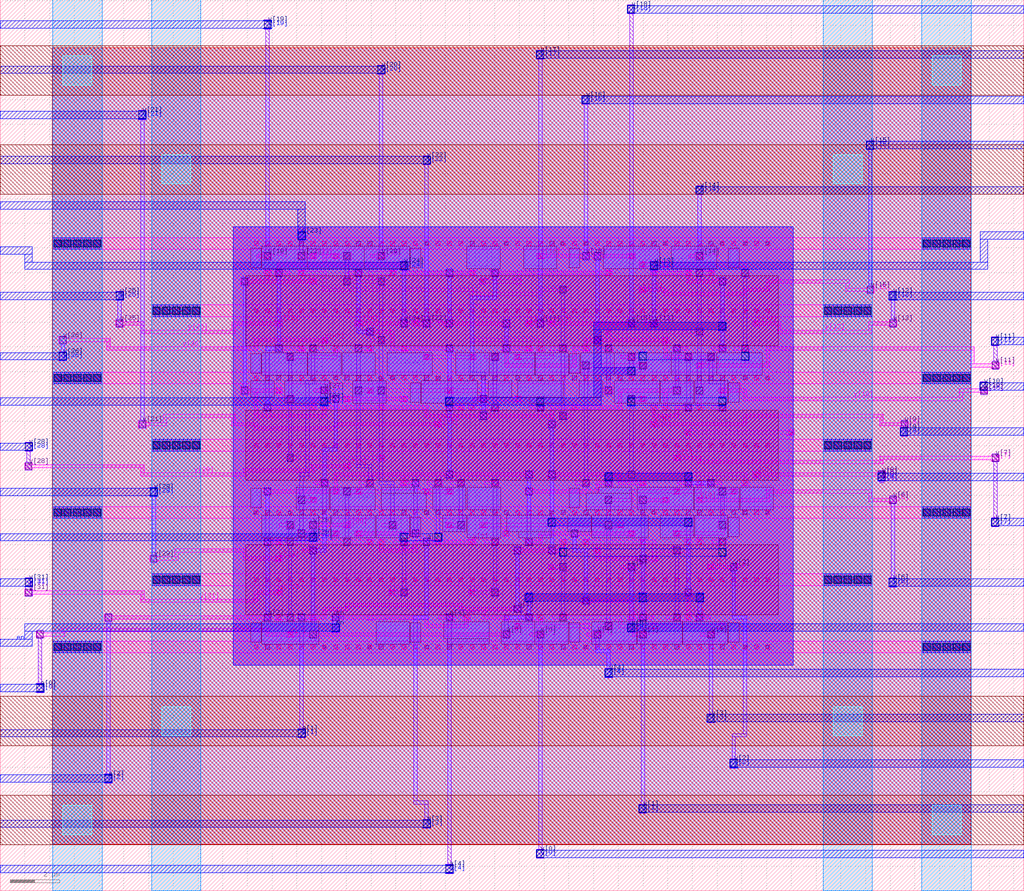
<source format=lef>
VERSION 5.7 ;
  NOWIREEXTENSIONATPIN ON ;
  DIVIDERCHAR "/" ;
  BUSBITCHARS "[]" ;
MACRO decoder5x32
  CLASS BLOCK ;
  FOREIGN decoder5x32 ;
  ORIGIN 0.000 0.000 ;
  SIZE 41.400 BY 36.040 ;
  PIN a[4]
    ANTENNAGATEAREA 0.373500 ;
    PORT
      LAYER li1 ;
        RECT 16.120 11.135 16.455 11.185 ;
        RECT 18.030 11.135 18.380 11.175 ;
        RECT 16.120 10.965 18.380 11.135 ;
        RECT 16.120 10.935 16.455 10.965 ;
        RECT 18.030 10.935 18.380 10.965 ;
      LAYER mcon ;
        RECT 18.085 10.965 18.255 11.135 ;
      LAYER met1 ;
        RECT 18.010 11.120 18.330 11.180 ;
        RECT 17.735 10.980 18.330 11.120 ;
        RECT 18.010 10.920 18.330 10.980 ;
      LAYER via ;
        RECT 18.040 10.920 18.300 11.180 ;
      LAYER met2 ;
        RECT 18.040 10.890 18.300 11.210 ;
        RECT 18.100 1.065 18.240 10.890 ;
        RECT 18.030 0.695 18.310 1.065 ;
      LAYER via2 ;
        RECT 18.030 0.740 18.310 1.020 ;
      LAYER met3 ;
        RECT 18.005 1.030 18.335 1.045 ;
        RECT 0.000 0.730 18.335 1.030 ;
        RECT 18.005 0.715 18.335 0.730 ;
    END
  END a[4]
  PIN a[3]
    ANTENNAGATEAREA 0.810000 ;
    PORT
      LAYER li1 ;
        RECT 15.265 13.975 15.615 14.225 ;
        RECT 17.565 13.975 17.805 14.925 ;
        RECT 18.945 13.975 19.295 14.225 ;
      LAYER mcon ;
        RECT 15.325 14.025 15.495 14.195 ;
        RECT 17.625 14.025 17.795 14.195 ;
        RECT 19.005 14.025 19.175 14.195 ;
      LAYER met1 ;
        RECT 15.265 13.995 15.555 14.225 ;
        RECT 17.090 14.180 17.410 14.240 ;
        RECT 17.565 14.180 17.855 14.225 ;
        RECT 18.945 14.180 19.235 14.225 ;
        RECT 16.720 14.040 19.235 14.180 ;
        RECT 15.340 13.840 15.480 13.995 ;
        RECT 16.720 13.840 16.860 14.040 ;
        RECT 17.090 13.980 17.410 14.040 ;
        RECT 17.565 13.995 17.855 14.040 ;
        RECT 18.945 13.995 19.235 14.040 ;
        RECT 15.340 13.700 16.860 13.840 ;
      LAYER via ;
        RECT 17.120 13.980 17.380 14.240 ;
      LAYER met2 ;
        RECT 17.120 13.950 17.380 14.270 ;
        RECT 17.180 11.120 17.320 13.950 ;
        RECT 16.720 10.980 17.320 11.120 ;
        RECT 16.720 3.640 16.860 10.980 ;
        RECT 16.720 3.500 17.320 3.640 ;
        RECT 17.180 2.895 17.320 3.500 ;
        RECT 17.110 2.525 17.390 2.895 ;
      LAYER via2 ;
        RECT 17.110 2.570 17.390 2.850 ;
      LAYER met3 ;
        RECT 17.085 2.860 17.415 2.875 ;
        RECT 0.000 2.560 17.415 2.860 ;
        RECT 17.085 2.545 17.415 2.560 ;
    END
  END a[3]
  PIN a[2]
    ANTENNAGATEAREA 4.950000 ;
    PORT
      LAYER li1 ;
        RECT 14.325 25.075 14.610 25.185 ;
        RECT 14.830 25.075 15.050 25.435 ;
        RECT 14.325 24.905 15.050 25.075 ;
        RECT 14.325 24.855 14.610 24.905 ;
        RECT 14.830 24.855 15.050 24.905 ;
        RECT 26.285 24.855 26.570 25.185 ;
        RECT 27.740 24.855 28.115 25.415 ;
        RECT 16.240 21.505 16.615 22.065 ;
        RECT 25.435 21.735 25.815 22.065 ;
        RECT 25.435 21.040 25.650 21.735 ;
        RECT 29.090 21.485 29.310 22.065 ;
        RECT 18.510 19.745 18.725 20.440 ;
        RECT 18.345 19.415 18.725 19.745 ;
        RECT 21.660 19.415 22.025 19.675 ;
        RECT 13.450 16.045 13.670 16.625 ;
        RECT 16.155 16.365 16.520 16.625 ;
        RECT 24.420 16.365 24.785 16.625 ;
        RECT 27.665 16.295 27.950 16.625 ;
        RECT 28.660 16.065 29.035 16.625 ;
        RECT 11.175 14.305 11.390 15.000 ;
        RECT 11.175 13.975 11.555 14.305 ;
        RECT 14.205 13.975 14.580 14.535 ;
        RECT 25.410 14.305 25.625 15.000 ;
        RECT 21.200 13.975 21.565 14.235 ;
        RECT 25.245 13.975 25.625 14.305 ;
        RECT 10.690 10.855 10.975 11.185 ;
        RECT 25.430 10.605 25.650 11.185 ;
      LAYER mcon ;
        RECT 14.405 24.905 14.575 25.075 ;
        RECT 26.365 24.905 26.535 25.075 ;
        RECT 27.745 24.905 27.915 25.075 ;
        RECT 16.245 21.845 16.415 22.015 ;
        RECT 29.125 21.845 29.295 22.015 ;
        RECT 25.445 21.505 25.615 21.675 ;
        RECT 18.545 19.465 18.715 19.635 ;
        RECT 21.765 19.465 21.935 19.635 ;
        RECT 16.245 16.405 16.415 16.575 ;
        RECT 24.525 16.405 24.695 16.575 ;
        RECT 27.745 16.405 27.915 16.575 ;
        RECT 28.665 16.405 28.835 16.575 ;
        RECT 13.485 16.065 13.655 16.235 ;
        RECT 14.405 14.365 14.575 14.535 ;
        RECT 11.185 14.025 11.355 14.195 ;
        RECT 25.445 14.365 25.615 14.535 ;
        RECT 21.305 14.025 21.475 14.195 ;
        RECT 10.725 10.965 10.895 11.135 ;
        RECT 25.445 10.965 25.615 11.135 ;
      LAYER met1 ;
        RECT 14.330 25.060 14.650 25.120 ;
        RECT 14.055 24.920 14.650 25.060 ;
        RECT 14.330 24.860 14.650 24.920 ;
        RECT 26.305 25.060 26.595 25.105 ;
        RECT 27.685 25.060 27.975 25.105 ;
        RECT 26.305 24.920 27.975 25.060 ;
        RECT 26.305 24.875 26.595 24.920 ;
        RECT 27.685 24.875 27.975 24.920 ;
        RECT 27.760 24.720 27.900 24.875 ;
        RECT 29.050 24.720 29.370 24.780 ;
        RECT 27.760 24.580 29.370 24.720 ;
        RECT 29.050 24.520 29.370 24.580 ;
        RECT 14.790 22.680 15.110 22.740 ;
        RECT 14.790 22.540 15.940 22.680 ;
        RECT 14.790 22.480 15.110 22.540 ;
        RECT 15.800 22.000 15.940 22.540 ;
        RECT 16.185 22.000 16.475 22.045 ;
        RECT 18.010 22.000 18.330 22.060 ;
        RECT 29.050 22.000 29.370 22.060 ;
        RECT 15.800 21.860 18.330 22.000 ;
        RECT 28.775 21.860 29.370 22.000 ;
        RECT 16.185 21.815 16.475 21.860 ;
        RECT 18.010 21.800 18.330 21.860 ;
        RECT 29.050 21.800 29.370 21.860 ;
        RECT 25.370 21.660 25.690 21.720 ;
        RECT 25.095 21.520 25.690 21.660 ;
        RECT 25.370 21.460 25.690 21.520 ;
        RECT 18.010 19.620 18.330 19.680 ;
        RECT 18.485 19.620 18.775 19.665 ;
        RECT 21.690 19.620 22.010 19.680 ;
        RECT 18.010 19.480 18.775 19.620 ;
        RECT 21.415 19.480 22.010 19.620 ;
        RECT 18.010 19.420 18.330 19.480 ;
        RECT 18.485 19.435 18.775 19.480 ;
        RECT 21.690 19.420 22.010 19.480 ;
        RECT 18.010 16.900 18.330 16.960 ;
        RECT 21.230 16.900 21.550 16.960 ;
        RECT 13.500 16.760 21.550 16.900 ;
        RECT 10.650 16.220 10.970 16.280 ;
        RECT 13.500 16.265 13.640 16.760 ;
        RECT 16.260 16.605 16.400 16.760 ;
        RECT 18.010 16.700 18.330 16.760 ;
        RECT 21.230 16.700 21.550 16.760 ;
        RECT 16.185 16.560 16.475 16.605 ;
        RECT 16.630 16.560 16.950 16.620 ;
        RECT 24.450 16.560 24.770 16.620 ;
        RECT 27.670 16.560 27.990 16.620 ;
        RECT 16.185 16.420 16.950 16.560 ;
        RECT 16.185 16.375 16.475 16.420 ;
        RECT 16.630 16.360 16.950 16.420 ;
        RECT 24.080 16.420 24.770 16.560 ;
        RECT 27.395 16.420 27.990 16.560 ;
        RECT 13.425 16.220 13.715 16.265 ;
        RECT 10.650 16.080 13.715 16.220 ;
        RECT 10.650 16.020 10.970 16.080 ;
        RECT 13.425 16.035 13.715 16.080 ;
        RECT 21.230 16.220 21.550 16.280 ;
        RECT 24.080 16.220 24.220 16.420 ;
        RECT 24.450 16.360 24.770 16.420 ;
        RECT 27.670 16.360 27.990 16.420 ;
        RECT 28.590 16.560 28.910 16.620 ;
        RECT 28.590 16.420 29.185 16.560 ;
        RECT 28.590 16.360 28.910 16.420 ;
        RECT 21.230 16.080 24.220 16.220 ;
        RECT 21.230 16.020 21.550 16.080 ;
        RECT 14.345 14.520 14.635 14.565 ;
        RECT 16.630 14.520 16.950 14.580 ;
        RECT 23.070 14.520 23.390 14.580 ;
        RECT 25.385 14.520 25.675 14.565 ;
        RECT 14.345 14.380 16.950 14.520 ;
        RECT 14.345 14.335 14.635 14.380 ;
        RECT 16.630 14.320 16.950 14.380 ;
        RECT 21.780 14.380 25.675 14.520 ;
        RECT 10.650 14.180 10.970 14.240 ;
        RECT 11.125 14.180 11.415 14.225 ;
        RECT 10.650 14.040 11.415 14.180 ;
        RECT 10.650 13.980 10.970 14.040 ;
        RECT 11.125 13.995 11.415 14.040 ;
        RECT 21.230 14.180 21.550 14.240 ;
        RECT 21.780 14.180 21.920 14.380 ;
        RECT 23.070 14.320 23.390 14.380 ;
        RECT 25.385 14.335 25.675 14.380 ;
        RECT 21.230 14.040 21.920 14.180 ;
        RECT 21.230 13.980 21.550 14.040 ;
        RECT 23.530 11.800 23.850 11.860 ;
        RECT 23.530 11.660 25.600 11.800 ;
        RECT 23.530 11.600 23.850 11.660 ;
        RECT 4.210 11.120 4.530 11.180 ;
        RECT 10.650 11.120 10.970 11.180 ;
        RECT 25.460 11.165 25.600 11.660 ;
        RECT 4.210 10.980 10.970 11.120 ;
        RECT 4.210 10.920 4.530 10.980 ;
        RECT 10.650 10.920 10.970 10.980 ;
        RECT 25.385 10.935 25.675 11.165 ;
      LAYER via ;
        RECT 14.360 24.860 14.620 25.120 ;
        RECT 29.080 24.520 29.340 24.780 ;
        RECT 14.820 22.480 15.080 22.740 ;
        RECT 18.040 21.800 18.300 22.060 ;
        RECT 29.080 21.800 29.340 22.060 ;
        RECT 25.400 21.460 25.660 21.720 ;
        RECT 18.040 19.420 18.300 19.680 ;
        RECT 21.720 19.420 21.980 19.680 ;
        RECT 10.680 16.020 10.940 16.280 ;
        RECT 18.040 16.700 18.300 16.960 ;
        RECT 21.260 16.700 21.520 16.960 ;
        RECT 16.660 16.360 16.920 16.620 ;
        RECT 21.260 16.020 21.520 16.280 ;
        RECT 24.480 16.360 24.740 16.620 ;
        RECT 27.700 16.360 27.960 16.620 ;
        RECT 28.620 16.360 28.880 16.620 ;
        RECT 16.660 14.320 16.920 14.580 ;
        RECT 10.680 13.980 10.940 14.240 ;
        RECT 21.260 13.980 21.520 14.240 ;
        RECT 23.100 14.320 23.360 14.580 ;
        RECT 23.560 11.600 23.820 11.860 ;
        RECT 4.240 10.920 4.500 11.180 ;
        RECT 10.680 10.920 10.940 11.180 ;
      LAYER met2 ;
        RECT 14.360 24.830 14.620 25.150 ;
        RECT 14.420 22.680 14.560 24.830 ;
        RECT 29.080 24.490 29.340 24.810 ;
        RECT 29.140 23.025 29.280 24.490 ;
        RECT 14.820 22.680 15.080 22.770 ;
        RECT 14.420 22.540 15.080 22.680 ;
        RECT 29.070 22.655 29.350 23.025 ;
        RECT 14.820 22.450 15.080 22.540 ;
        RECT 29.140 22.090 29.280 22.655 ;
        RECT 18.040 21.770 18.300 22.090 ;
        RECT 29.080 21.770 29.340 22.090 ;
        RECT 18.100 19.975 18.240 21.770 ;
        RECT 25.400 21.430 25.660 21.750 ;
        RECT 25.460 21.195 25.600 21.430 ;
        RECT 25.390 20.825 25.670 21.195 ;
        RECT 18.030 19.605 18.310 19.975 ;
        RECT 21.710 19.605 21.990 19.975 ;
        RECT 18.040 19.390 18.300 19.605 ;
        RECT 21.720 19.390 21.980 19.605 ;
        RECT 18.100 16.990 18.240 19.390 ;
        RECT 18.040 16.670 18.300 16.990 ;
        RECT 21.260 16.670 21.520 16.990 ;
        RECT 16.660 16.330 16.920 16.650 ;
        RECT 10.680 15.990 10.940 16.310 ;
        RECT 10.740 14.270 10.880 15.990 ;
        RECT 16.720 14.610 16.860 16.330 ;
        RECT 21.320 16.310 21.460 16.670 ;
        RECT 24.470 16.555 24.750 16.925 ;
        RECT 27.690 16.560 27.970 16.925 ;
        RECT 28.620 16.560 28.880 16.650 ;
        RECT 27.690 16.555 28.880 16.560 ;
        RECT 24.480 16.330 24.740 16.555 ;
        RECT 27.700 16.420 28.880 16.555 ;
        RECT 27.700 16.330 27.960 16.420 ;
        RECT 28.620 16.330 28.880 16.420 ;
        RECT 21.260 15.990 21.520 16.310 ;
        RECT 16.660 14.290 16.920 14.610 ;
        RECT 21.320 14.270 21.460 15.990 ;
        RECT 23.100 14.290 23.360 14.610 ;
        RECT 10.680 13.950 10.940 14.270 ;
        RECT 21.260 13.950 21.520 14.270 ;
        RECT 10.740 11.210 10.880 13.950 ;
        RECT 23.160 13.840 23.300 14.290 ;
        RECT 23.160 13.700 23.760 13.840 ;
        RECT 23.620 11.890 23.760 13.700 ;
        RECT 23.560 11.570 23.820 11.890 ;
        RECT 4.240 10.890 4.500 11.210 ;
        RECT 10.680 10.890 10.940 11.210 ;
        RECT 4.300 4.725 4.440 10.890 ;
        RECT 4.230 4.355 4.510 4.725 ;
      LAYER via2 ;
        RECT 29.070 22.700 29.350 22.980 ;
        RECT 25.390 20.870 25.670 21.150 ;
        RECT 18.030 19.650 18.310 19.930 ;
        RECT 21.710 19.650 21.990 19.930 ;
        RECT 24.470 16.600 24.750 16.880 ;
        RECT 27.690 16.600 27.970 16.880 ;
        RECT 4.230 4.400 4.510 4.680 ;
      LAYER met3 ;
        RECT 29.045 22.990 29.375 23.005 ;
        RECT 24.000 22.690 29.375 22.990 ;
        RECT 24.000 21.160 24.300 22.690 ;
        RECT 29.045 22.675 29.375 22.690 ;
        RECT 25.365 21.160 25.695 21.175 ;
        RECT 24.000 20.860 25.695 21.160 ;
        RECT 18.005 19.940 18.335 19.955 ;
        RECT 21.685 19.940 22.015 19.955 ;
        RECT 24.000 19.940 24.300 20.860 ;
        RECT 25.365 20.845 25.695 20.860 ;
        RECT 18.005 19.640 24.300 19.940 ;
        RECT 18.005 19.625 18.335 19.640 ;
        RECT 21.685 19.625 22.015 19.640 ;
        RECT 24.445 16.890 24.775 16.905 ;
        RECT 27.665 16.890 27.995 16.905 ;
        RECT 24.445 16.590 27.995 16.890 ;
        RECT 24.445 16.575 24.775 16.590 ;
        RECT 27.665 16.575 27.995 16.590 ;
        RECT 4.205 4.690 4.535 4.705 ;
        RECT 0.000 4.390 4.535 4.690 ;
        RECT 4.205 4.375 4.535 4.390 ;
    END
  END a[2]
  PIN a[1]
    ANTENNAGATEAREA 4.230000 ;
    PORT
      LAYER li1 ;
        RECT 10.665 24.855 10.975 25.185 ;
        RECT 12.505 24.515 12.745 25.185 ;
        RECT 19.805 24.855 20.155 25.105 ;
        RECT 24.465 24.515 24.705 25.185 ;
        RECT 27.225 21.735 27.535 22.065 ;
        RECT 11.175 19.415 11.415 20.365 ;
        RECT 12.945 19.415 13.255 19.745 ;
        RECT 15.205 19.415 15.555 19.665 ;
        RECT 19.405 19.415 19.645 20.365 ;
        RECT 23.085 19.415 23.325 20.365 ;
        RECT 26.765 19.415 27.115 19.665 ;
        RECT 25.845 16.295 26.085 16.965 ;
        RECT 22.625 13.975 22.865 14.925 ;
        RECT 12.555 10.855 12.795 11.525 ;
        RECT 20.325 10.935 20.675 11.185 ;
        RECT 27.685 10.855 27.995 11.185 ;
      LAYER mcon ;
        RECT 10.725 24.905 10.895 25.075 ;
        RECT 19.925 24.905 20.095 25.075 ;
        RECT 24.525 24.905 24.695 25.075 ;
        RECT 12.565 24.565 12.735 24.735 ;
        RECT 27.285 21.845 27.455 22.015 ;
        RECT 11.185 20.145 11.355 20.315 ;
        RECT 19.465 19.805 19.635 19.975 ;
        RECT 13.025 19.465 13.195 19.635 ;
        RECT 15.325 19.465 15.495 19.635 ;
        RECT 23.145 19.465 23.315 19.635 ;
        RECT 26.825 19.465 26.995 19.635 ;
        RECT 25.905 16.405 26.075 16.575 ;
        RECT 22.685 14.025 22.855 14.195 ;
        RECT 12.565 10.965 12.735 11.135 ;
        RECT 20.385 10.965 20.555 11.135 ;
        RECT 27.745 10.965 27.915 11.135 ;
      LAYER met1 ;
        RECT 10.665 24.875 10.955 25.105 ;
        RECT 19.850 25.060 20.170 25.120 ;
        RECT 24.465 25.060 24.755 25.105 ;
        RECT 19.850 24.920 24.755 25.060 ;
        RECT 9.730 24.720 10.050 24.780 ;
        RECT 10.740 24.720 10.880 24.875 ;
        RECT 19.850 24.860 20.170 24.920 ;
        RECT 24.465 24.875 24.755 24.920 ;
        RECT 12.505 24.720 12.795 24.765 ;
        RECT 9.730 24.580 12.795 24.720 ;
        RECT 9.730 24.520 10.050 24.580 ;
        RECT 12.505 24.535 12.795 24.580 ;
        RECT 27.210 22.000 27.530 22.060 ;
        RECT 27.210 21.860 27.805 22.000 ;
        RECT 27.210 21.800 27.530 21.860 ;
        RECT 9.730 20.300 10.050 20.360 ;
        RECT 11.125 20.300 11.415 20.345 ;
        RECT 27.210 20.300 27.530 20.360 ;
        RECT 9.730 20.160 11.415 20.300 ;
        RECT 9.730 20.100 10.050 20.160 ;
        RECT 10.280 19.280 10.420 20.160 ;
        RECT 11.125 20.115 11.415 20.160 ;
        RECT 25.000 20.160 27.530 20.300 ;
        RECT 19.390 19.960 19.710 20.020 ;
        RECT 19.115 19.820 19.710 19.960 ;
        RECT 19.390 19.760 19.710 19.820 ;
        RECT 12.965 19.620 13.255 19.665 ;
        RECT 15.265 19.620 15.555 19.665 ;
        RECT 23.085 19.620 23.375 19.665 ;
        RECT 25.000 19.620 25.140 20.160 ;
        RECT 26.840 19.665 26.980 20.160 ;
        RECT 27.210 20.100 27.530 20.160 ;
        RECT 12.965 19.480 17.320 19.620 ;
        RECT 12.965 19.435 13.255 19.480 ;
        RECT 15.265 19.435 15.555 19.480 ;
        RECT 13.040 19.280 13.180 19.435 ;
        RECT 10.280 19.140 13.180 19.280 ;
        RECT 17.180 19.280 17.320 19.480 ;
        RECT 22.240 19.480 25.140 19.620 ;
        RECT 19.390 19.280 19.710 19.340 ;
        RECT 22.240 19.280 22.380 19.480 ;
        RECT 23.085 19.435 23.375 19.480 ;
        RECT 26.765 19.435 27.055 19.665 ;
        RECT 17.180 19.140 22.380 19.280 ;
        RECT 19.390 19.080 19.710 19.140 ;
        RECT 22.240 19.000 22.380 19.140 ;
        RECT 22.150 18.740 22.470 19.000 ;
        RECT 22.150 16.900 22.470 16.960 ;
        RECT 22.150 16.760 25.140 16.900 ;
        RECT 22.150 16.700 22.470 16.760 ;
        RECT 25.000 16.560 25.140 16.760 ;
        RECT 25.845 16.560 26.135 16.605 ;
        RECT 25.000 16.420 26.135 16.560 ;
        RECT 25.845 16.375 26.135 16.420 ;
        RECT 22.625 13.995 22.915 14.225 ;
        RECT 20.770 13.840 21.090 13.900 ;
        RECT 22.150 13.840 22.470 13.900 ;
        RECT 22.700 13.840 22.840 13.995 ;
        RECT 20.770 13.700 22.840 13.840 ;
        RECT 20.770 13.640 21.090 13.700 ;
        RECT 22.150 13.640 22.470 13.700 ;
        RECT 27.670 11.940 27.990 12.200 ;
        RECT 13.960 11.490 18.700 11.630 ;
        RECT 13.960 11.460 14.100 11.490 ;
        RECT 13.040 11.320 14.100 11.460 ;
        RECT 18.560 11.460 18.700 11.490 ;
        RECT 20.770 11.460 21.090 11.520 ;
        RECT 18.560 11.320 21.090 11.460 ;
        RECT 12.030 11.120 12.350 11.180 ;
        RECT 12.505 11.120 12.795 11.165 ;
        RECT 13.040 11.120 13.180 11.320 ;
        RECT 12.030 10.980 13.180 11.120 ;
        RECT 19.480 11.120 19.620 11.320 ;
        RECT 20.770 11.260 21.090 11.320 ;
        RECT 27.760 11.165 27.900 11.940 ;
        RECT 20.325 11.120 20.615 11.165 ;
        RECT 19.480 10.980 20.615 11.120 ;
        RECT 12.030 10.920 12.350 10.980 ;
        RECT 12.505 10.935 12.795 10.980 ;
        RECT 20.325 10.935 20.615 10.980 ;
        RECT 27.685 10.935 27.975 11.165 ;
      LAYER via ;
        RECT 9.760 24.520 10.020 24.780 ;
        RECT 19.880 24.860 20.140 25.120 ;
        RECT 27.240 21.800 27.500 22.060 ;
        RECT 9.760 20.100 10.020 20.360 ;
        RECT 19.420 19.760 19.680 20.020 ;
        RECT 27.240 20.100 27.500 20.360 ;
        RECT 19.420 19.080 19.680 19.340 ;
        RECT 22.180 18.740 22.440 19.000 ;
        RECT 22.180 16.700 22.440 16.960 ;
        RECT 20.800 13.640 21.060 13.900 ;
        RECT 22.180 13.640 22.440 13.900 ;
        RECT 27.700 11.940 27.960 12.200 ;
        RECT 12.060 10.920 12.320 11.180 ;
        RECT 20.800 11.260 21.060 11.520 ;
      LAYER met2 ;
        RECT 19.880 24.830 20.140 25.150 ;
        RECT 9.760 24.490 10.020 24.810 ;
        RECT 9.820 20.390 9.960 24.490 ;
        RECT 19.940 24.040 20.080 24.830 ;
        RECT 19.020 23.900 20.080 24.040 ;
        RECT 19.020 20.980 19.160 23.900 ;
        RECT 27.240 21.770 27.500 22.090 ;
        RECT 19.020 20.840 19.620 20.980 ;
        RECT 9.760 20.070 10.020 20.390 ;
        RECT 19.480 20.050 19.620 20.840 ;
        RECT 27.300 20.390 27.440 21.770 ;
        RECT 27.240 20.070 27.500 20.390 ;
        RECT 19.420 19.730 19.680 20.050 ;
        RECT 19.480 19.370 19.620 19.730 ;
        RECT 19.420 19.050 19.680 19.370 ;
        RECT 22.180 18.710 22.440 19.030 ;
        RECT 22.240 16.990 22.380 18.710 ;
        RECT 22.180 16.670 22.440 16.990 ;
        RECT 22.240 15.095 22.380 16.670 ;
        RECT 22.170 14.725 22.450 15.095 ;
        RECT 27.690 14.725 27.970 15.095 ;
        RECT 22.240 13.930 22.380 14.725 ;
        RECT 20.800 13.610 21.060 13.930 ;
        RECT 22.180 13.610 22.440 13.930 ;
        RECT 20.860 11.520 21.000 13.610 ;
        RECT 27.760 12.230 27.900 14.725 ;
        RECT 27.700 11.910 27.960 12.230 ;
        RECT 20.770 11.260 21.090 11.520 ;
        RECT 12.060 10.890 12.320 11.210 ;
        RECT 12.120 6.555 12.260 10.890 ;
        RECT 12.050 6.185 12.330 6.555 ;
      LAYER via2 ;
        RECT 22.170 14.770 22.450 15.050 ;
        RECT 27.690 14.770 27.970 15.050 ;
        RECT 12.050 6.230 12.330 6.510 ;
      LAYER met3 ;
        RECT 22.145 15.060 22.475 15.075 ;
        RECT 27.665 15.060 27.995 15.075 ;
        RECT 22.145 14.760 27.995 15.060 ;
        RECT 22.145 14.745 22.475 14.760 ;
        RECT 27.665 14.745 27.995 14.760 ;
        RECT 12.025 6.520 12.355 6.535 ;
        RECT 0.000 6.220 12.355 6.520 ;
        RECT 12.025 6.205 12.355 6.220 ;
    END
  END a[1]
  PIN a[0]
    ANTENNAGATEAREA 5.940000 ;
    PORT
      LAYER li1 ;
        RECT 11.180 24.855 11.555 25.415 ;
        RECT 13.370 25.355 13.720 25.880 ;
        RECT 25.330 25.355 25.680 25.880 ;
        RECT 13.370 25.185 13.575 25.355 ;
        RECT 25.330 25.185 25.535 25.355 ;
        RECT 13.265 24.855 13.575 25.185 ;
        RECT 18.945 24.855 19.295 25.105 ;
        RECT 25.225 24.855 25.535 25.185 ;
        RECT 12.025 21.735 12.335 22.065 ;
        RECT 18.085 22.015 18.255 23.035 ;
        RECT 18.485 22.015 18.835 22.065 ;
        RECT 18.085 21.845 18.835 22.015 ;
        RECT 18.485 21.815 18.835 21.845 ;
        RECT 21.225 21.735 21.535 22.065 ;
        RECT 23.545 21.815 23.895 22.065 ;
        RECT 26.815 21.735 27.055 22.405 ;
        RECT 27.740 21.505 28.115 22.065 ;
        RECT 12.365 19.415 12.740 19.975 ;
        RECT 13.945 19.635 14.115 19.975 ;
        RECT 14.345 19.635 14.695 19.665 ;
        RECT 13.945 19.465 14.695 19.635 ;
        RECT 16.245 19.635 16.415 19.975 ;
        RECT 17.105 19.635 17.345 19.745 ;
        RECT 16.245 19.465 17.345 19.635 ;
        RECT 14.345 19.415 14.695 19.465 ;
        RECT 17.105 19.075 17.345 19.465 ;
        RECT 26.285 19.415 26.595 19.745 ;
        RECT 27.625 19.415 27.975 19.665 ;
        RECT 12.905 16.375 13.255 16.625 ;
        RECT 26.605 16.295 26.915 16.625 ;
        RECT 26.710 16.125 26.915 16.295 ;
        RECT 26.710 15.600 27.060 16.125 ;
        RECT 12.555 13.635 12.795 14.305 ;
        RECT 24.005 13.635 24.245 14.305 ;
        RECT 26.765 14.195 27.115 14.225 ;
        RECT 26.365 14.025 27.115 14.195 ;
        RECT 26.365 13.345 26.535 14.025 ;
        RECT 26.765 13.975 27.115 14.025 ;
        RECT 11.725 10.855 12.035 11.185 ;
        RECT 21.185 10.935 21.535 11.185 ;
        RECT 25.845 10.855 26.155 11.185 ;
        RECT 11.725 10.685 11.930 10.855 ;
        RECT 11.580 10.160 11.930 10.685 ;
        RECT 28.200 10.625 28.575 11.185 ;
      LAYER mcon ;
        RECT 13.485 25.585 13.655 25.755 ;
        RECT 25.445 25.585 25.615 25.755 ;
        RECT 11.185 24.905 11.355 25.075 ;
        RECT 19.005 24.905 19.175 25.075 ;
        RECT 18.085 22.865 18.255 23.035 ;
        RECT 12.105 21.845 12.275 22.015 ;
        RECT 26.825 22.185 26.995 22.355 ;
        RECT 21.305 21.845 21.475 22.015 ;
        RECT 23.605 21.845 23.775 22.015 ;
        RECT 27.745 21.505 27.915 21.675 ;
        RECT 12.565 19.465 12.735 19.635 ;
        RECT 13.945 19.805 14.115 19.975 ;
        RECT 16.245 19.805 16.415 19.975 ;
        RECT 26.365 19.465 26.535 19.635 ;
        RECT 27.745 19.465 27.915 19.635 ;
        RECT 13.025 16.405 13.195 16.575 ;
        RECT 26.825 15.725 26.995 15.895 ;
        RECT 12.565 13.685 12.735 13.855 ;
        RECT 24.065 13.685 24.235 13.855 ;
        RECT 21.305 10.965 21.475 11.135 ;
        RECT 25.905 10.965 26.075 11.135 ;
        RECT 28.205 10.965 28.375 11.135 ;
        RECT 11.645 10.285 11.815 10.455 ;
      LAYER met1 ;
        RECT 13.425 25.740 13.715 25.785 ;
        RECT 13.040 25.600 13.715 25.740 ;
        RECT 13.040 25.400 13.180 25.600 ;
        RECT 13.425 25.555 13.715 25.600 ;
        RECT 23.990 25.740 24.310 25.800 ;
        RECT 25.385 25.740 25.675 25.785 ;
        RECT 23.990 25.600 25.675 25.740 ;
        RECT 23.990 25.540 24.310 25.600 ;
        RECT 25.385 25.555 25.675 25.600 ;
        RECT 11.200 25.260 16.400 25.400 ;
        RECT 11.200 25.120 11.340 25.260 ;
        RECT 11.110 25.060 11.430 25.120 ;
        RECT 16.260 25.060 16.400 25.260 ;
        RECT 18.010 25.060 18.330 25.120 ;
        RECT 18.945 25.060 19.235 25.105 ;
        RECT 11.110 24.920 11.705 25.060 ;
        RECT 16.260 24.920 19.235 25.060 ;
        RECT 11.110 24.860 11.430 24.920 ;
        RECT 18.010 24.860 18.330 24.920 ;
        RECT 18.945 24.875 19.235 24.920 ;
        RECT 18.010 23.020 18.330 23.080 ;
        RECT 20.310 23.020 20.630 23.080 ;
        RECT 17.735 22.880 20.630 23.020 ;
        RECT 18.010 22.820 18.330 22.880 ;
        RECT 20.310 22.820 20.630 22.880 ;
        RECT 23.990 22.340 24.310 22.400 ;
        RECT 26.765 22.340 27.055 22.385 ;
        RECT 23.620 22.200 27.055 22.340 ;
        RECT 11.110 22.000 11.430 22.060 ;
        RECT 12.045 22.000 12.335 22.045 ;
        RECT 11.110 21.860 12.335 22.000 ;
        RECT 11.110 21.800 11.430 21.860 ;
        RECT 12.045 21.815 12.335 21.860 ;
        RECT 20.310 22.000 20.630 22.060 ;
        RECT 23.620 22.045 23.760 22.200 ;
        RECT 23.990 22.140 24.310 22.200 ;
        RECT 26.765 22.155 27.055 22.200 ;
        RECT 21.245 22.000 21.535 22.045 ;
        RECT 23.545 22.000 23.835 22.045 ;
        RECT 20.310 21.860 21.535 22.000 ;
        RECT 20.310 21.800 20.630 21.860 ;
        RECT 21.245 21.815 21.535 21.860 ;
        RECT 23.160 21.860 23.835 22.000 ;
        RECT 20.400 21.320 20.540 21.800 ;
        RECT 23.160 21.320 23.300 21.860 ;
        RECT 23.545 21.815 23.835 21.860 ;
        RECT 26.840 21.660 26.980 22.155 ;
        RECT 27.670 21.660 27.990 21.720 ;
        RECT 26.840 21.520 27.990 21.660 ;
        RECT 27.670 21.460 27.990 21.520 ;
        RECT 20.400 21.180 23.300 21.320 ;
        RECT 13.410 19.960 13.730 20.020 ;
        RECT 13.885 19.960 14.175 20.005 ;
        RECT 16.185 19.960 16.475 20.005 ;
        RECT 12.580 19.820 16.475 19.960 ;
        RECT 10.650 19.620 10.970 19.680 ;
        RECT 12.580 19.665 12.720 19.820 ;
        RECT 13.410 19.760 13.730 19.820 ;
        RECT 13.885 19.775 14.175 19.820 ;
        RECT 16.185 19.775 16.475 19.820 ;
        RECT 12.505 19.620 12.795 19.665 ;
        RECT 10.650 19.480 12.795 19.620 ;
        RECT 10.650 19.420 10.970 19.480 ;
        RECT 12.505 19.435 12.795 19.480 ;
        RECT 26.305 19.435 26.595 19.665 ;
        RECT 27.670 19.620 27.990 19.680 ;
        RECT 27.300 19.480 27.990 19.620 ;
        RECT 26.380 19.280 26.520 19.435 ;
        RECT 27.300 19.280 27.440 19.480 ;
        RECT 27.670 19.420 27.990 19.480 ;
        RECT 26.380 19.140 27.440 19.280 ;
        RECT 12.950 16.560 13.270 16.620 ;
        RECT 12.675 16.420 13.270 16.560 ;
        RECT 12.950 16.360 13.270 16.420 ;
        RECT 25.830 15.880 26.150 15.940 ;
        RECT 26.765 15.880 27.055 15.925 ;
        RECT 25.830 15.740 27.055 15.880 ;
        RECT 25.830 15.680 26.150 15.740 ;
        RECT 26.765 15.695 27.055 15.740 ;
        RECT 12.490 13.840 12.810 13.900 ;
        RECT 12.215 13.700 12.810 13.840 ;
        RECT 12.490 13.640 12.810 13.700 ;
        RECT 24.005 13.655 24.295 13.885 ;
        RECT 24.080 13.500 24.220 13.655 ;
        RECT 25.830 13.500 26.150 13.560 ;
        RECT 26.305 13.500 26.595 13.545 ;
        RECT 24.080 13.360 26.595 13.500 ;
        RECT 25.830 13.300 26.150 13.360 ;
        RECT 26.305 13.315 26.595 13.360 ;
        RECT 21.230 11.120 21.550 11.180 ;
        RECT 20.955 10.980 21.550 11.120 ;
        RECT 21.230 10.920 21.550 10.980 ;
        RECT 25.830 11.120 26.150 11.180 ;
        RECT 28.130 11.120 28.450 11.180 ;
        RECT 25.830 10.980 26.425 11.120 ;
        RECT 28.130 10.980 28.725 11.120 ;
        RECT 25.830 10.920 26.150 10.980 ;
        RECT 28.130 10.920 28.450 10.980 ;
        RECT 1.450 10.440 1.770 10.500 ;
        RECT 2.460 10.470 10.880 10.610 ;
        RECT 2.460 10.440 2.600 10.470 ;
        RECT 1.450 10.300 2.600 10.440 ;
        RECT 10.740 10.440 10.880 10.470 ;
        RECT 11.585 10.440 11.875 10.485 ;
        RECT 12.490 10.440 12.810 10.500 ;
        RECT 20.310 10.440 20.630 10.500 ;
        RECT 10.740 10.300 20.630 10.440 ;
        RECT 1.450 10.240 1.770 10.300 ;
        RECT 11.585 10.255 11.875 10.300 ;
        RECT 12.490 10.240 12.810 10.300 ;
        RECT 20.310 10.240 20.630 10.300 ;
      LAYER via ;
        RECT 24.020 25.540 24.280 25.800 ;
        RECT 11.140 24.860 11.400 25.120 ;
        RECT 18.040 24.860 18.300 25.120 ;
        RECT 18.040 22.820 18.300 23.080 ;
        RECT 20.340 22.820 20.600 23.080 ;
        RECT 11.140 21.800 11.400 22.060 ;
        RECT 20.340 21.800 20.600 22.060 ;
        RECT 24.020 22.140 24.280 22.400 ;
        RECT 27.700 21.460 27.960 21.720 ;
        RECT 10.680 19.420 10.940 19.680 ;
        RECT 13.440 19.760 13.700 20.020 ;
        RECT 27.700 19.420 27.960 19.680 ;
        RECT 12.980 16.360 13.240 16.620 ;
        RECT 25.860 15.680 26.120 15.940 ;
        RECT 12.520 13.640 12.780 13.900 ;
        RECT 25.860 13.300 26.120 13.560 ;
        RECT 21.260 10.920 21.520 11.180 ;
        RECT 25.860 10.920 26.120 11.180 ;
        RECT 28.160 10.920 28.420 11.180 ;
        RECT 1.480 10.240 1.740 10.500 ;
        RECT 12.520 10.240 12.780 10.500 ;
        RECT 20.340 10.240 20.600 10.500 ;
      LAYER met2 ;
        RECT 24.020 25.510 24.280 25.830 ;
        RECT 11.140 24.830 11.400 25.150 ;
        RECT 18.040 24.830 18.300 25.150 ;
        RECT 11.200 22.090 11.340 24.830 ;
        RECT 18.100 23.110 18.240 24.830 ;
        RECT 18.040 22.790 18.300 23.110 ;
        RECT 20.340 22.790 20.600 23.110 ;
        RECT 20.400 22.090 20.540 22.790 ;
        RECT 24.080 22.430 24.220 25.510 ;
        RECT 24.020 22.110 24.280 22.430 ;
        RECT 11.140 22.000 11.400 22.090 ;
        RECT 10.740 21.860 11.400 22.000 ;
        RECT 10.740 19.710 10.880 21.860 ;
        RECT 11.140 21.770 11.400 21.860 ;
        RECT 20.340 21.770 20.600 22.090 ;
        RECT 27.700 21.430 27.960 21.750 ;
        RECT 13.440 19.730 13.700 20.050 ;
        RECT 10.680 19.390 10.940 19.710 ;
        RECT 13.500 17.920 13.640 19.730 ;
        RECT 27.760 19.710 27.900 21.430 ;
        RECT 27.700 19.390 27.960 19.710 ;
        RECT 13.040 17.780 13.640 17.920 ;
        RECT 13.040 16.650 13.180 17.780 ;
        RECT 12.980 16.330 13.240 16.650 ;
        RECT 12.520 13.840 12.780 13.930 ;
        RECT 13.040 13.840 13.180 16.330 ;
        RECT 25.860 15.650 26.120 15.970 ;
        RECT 12.520 13.700 13.180 13.840 ;
        RECT 12.520 13.610 12.780 13.700 ;
        RECT 12.580 10.530 12.720 13.610 ;
        RECT 25.920 13.590 26.060 15.650 ;
        RECT 25.860 13.270 26.120 13.590 ;
        RECT 25.920 12.045 26.060 13.270 ;
        RECT 21.250 11.675 21.530 12.045 ;
        RECT 25.850 11.675 26.130 12.045 ;
        RECT 28.150 11.675 28.430 12.045 ;
        RECT 21.320 11.210 21.460 11.675 ;
        RECT 25.920 11.210 26.060 11.675 ;
        RECT 28.220 11.210 28.360 11.675 ;
        RECT 21.260 11.120 21.520 11.210 ;
        RECT 20.400 10.980 21.520 11.120 ;
        RECT 20.400 10.530 20.540 10.980 ;
        RECT 21.260 10.890 21.520 10.980 ;
        RECT 25.860 10.890 26.120 11.210 ;
        RECT 28.160 10.890 28.420 11.210 ;
        RECT 1.480 10.210 1.740 10.530 ;
        RECT 12.520 10.210 12.780 10.530 ;
        RECT 20.340 10.210 20.600 10.530 ;
        RECT 1.540 8.385 1.680 10.210 ;
        RECT 1.470 8.015 1.750 8.385 ;
      LAYER via2 ;
        RECT 21.250 11.720 21.530 12.000 ;
        RECT 25.850 11.720 26.130 12.000 ;
        RECT 28.150 11.720 28.430 12.000 ;
        RECT 1.470 8.060 1.750 8.340 ;
      LAYER met3 ;
        RECT 21.225 12.010 21.555 12.025 ;
        RECT 25.825 12.010 26.155 12.025 ;
        RECT 28.125 12.010 28.455 12.025 ;
        RECT 21.225 11.710 28.455 12.010 ;
        RECT 21.225 11.695 21.555 11.710 ;
        RECT 25.825 11.695 26.155 11.710 ;
        RECT 28.125 11.695 28.455 11.710 ;
        RECT 1.445 8.350 1.775 8.365 ;
        RECT 0.000 8.050 1.775 8.350 ;
        RECT 1.445 8.035 1.775 8.050 ;
    END
  END a[0]
  PIN en
    ANTENNAGATEAREA 0.495000 ;
    PORT
      LAYER li1 ;
        RECT 15.275 11.135 15.610 11.185 ;
        RECT 14.865 10.965 15.610 11.135 ;
        RECT 15.275 10.915 15.610 10.965 ;
        RECT 18.550 10.935 19.025 11.175 ;
      LAYER mcon ;
        RECT 18.775 10.965 18.945 11.135 ;
      LAYER met1 ;
        RECT 13.410 11.120 13.730 11.180 ;
        RECT 14.805 11.120 15.095 11.165 ;
        RECT 13.410 10.980 17.320 11.120 ;
        RECT 13.410 10.920 13.730 10.980 ;
        RECT 14.805 10.935 15.095 10.980 ;
        RECT 17.180 10.780 17.320 10.980 ;
        RECT 18.715 10.935 19.005 11.165 ;
        RECT 18.790 10.780 18.930 10.935 ;
        RECT 17.180 10.640 18.930 10.780 ;
      LAYER via ;
        RECT 13.440 10.920 13.700 11.180 ;
      LAYER met2 ;
        RECT 13.430 10.455 13.710 11.210 ;
      LAYER via2 ;
        RECT 13.430 10.500 13.710 10.780 ;
      LAYER met3 ;
        RECT 13.405 10.790 13.735 10.805 ;
        RECT 1.000 10.490 13.735 10.790 ;
        RECT 1.000 10.180 1.300 10.490 ;
        RECT 13.405 10.475 13.735 10.490 ;
        RECT 0.000 9.880 1.300 10.180 ;
    END
  END en
  PIN y[31]
    ANTENNADIFFAREA 0.795000 ;
    PORT
      LAYER li1 ;
        RECT 11.095 11.525 11.425 12.325 ;
        RECT 11.965 11.525 12.295 12.325 ;
        RECT 11.095 11.355 12.375 11.525 ;
        RECT 12.205 10.685 12.375 11.355 ;
        RECT 12.100 10.115 12.795 10.685 ;
      LAYER mcon ;
        RECT 11.185 11.985 11.355 12.155 ;
      LAYER met1 ;
        RECT 0.990 12.140 1.310 12.200 ;
        RECT 11.125 12.140 11.415 12.185 ;
        RECT 0.990 12.000 5.820 12.140 ;
        RECT 0.990 11.940 1.310 12.000 ;
        RECT 5.680 11.800 5.820 12.000 ;
        RECT 10.280 12.000 11.415 12.140 ;
        RECT 10.280 11.800 10.420 12.000 ;
        RECT 11.125 11.955 11.415 12.000 ;
        RECT 5.680 11.660 10.420 11.800 ;
      LAYER via ;
        RECT 1.020 11.940 1.280 12.200 ;
      LAYER met2 ;
        RECT 1.010 11.910 1.290 12.655 ;
      LAYER via2 ;
        RECT 1.010 12.330 1.290 12.610 ;
      LAYER met3 ;
        RECT 0.985 12.620 1.315 12.635 ;
        RECT 0.000 12.320 1.315 12.620 ;
        RECT 0.985 12.305 1.315 12.320 ;
    END
  END y[31]
  PIN y[30]
    ANTENNADIFFAREA 0.699000 ;
    PORT
      LAYER li1 ;
        RECT 13.855 14.705 15.085 15.045 ;
        RECT 13.855 13.805 14.035 14.705 ;
        RECT 14.755 14.475 15.085 14.705 ;
        RECT 13.855 13.635 15.085 13.805 ;
        RECT 13.855 12.835 14.185 13.635 ;
        RECT 14.755 12.835 15.085 13.635 ;
      LAYER mcon ;
        RECT 13.945 14.705 14.115 14.875 ;
      LAYER met1 ;
        RECT 12.490 14.860 12.810 14.920 ;
        RECT 13.885 14.860 14.175 14.905 ;
        RECT 12.490 14.720 14.175 14.860 ;
        RECT 12.490 14.660 12.810 14.720 ;
        RECT 13.885 14.675 14.175 14.720 ;
      LAYER via ;
        RECT 12.520 14.660 12.780 14.920 ;
      LAYER met2 ;
        RECT 12.520 14.630 12.780 14.950 ;
        RECT 12.580 14.485 12.720 14.630 ;
        RECT 12.510 14.115 12.790 14.485 ;
      LAYER via2 ;
        RECT 12.510 14.160 12.790 14.440 ;
      LAYER met3 ;
        RECT 12.485 14.450 12.815 14.465 ;
        RECT 0.000 14.150 12.815 14.450 ;
        RECT 12.485 14.135 12.815 14.150 ;
    END
  END y[30]
  PIN y[29]
    ANTENNADIFFAREA 0.795000 ;
    PORT
      LAYER li1 ;
        RECT 12.100 14.475 12.795 15.045 ;
        RECT 12.205 13.805 12.375 14.475 ;
        RECT 11.095 13.635 12.375 13.805 ;
        RECT 11.095 12.835 11.425 13.635 ;
        RECT 11.965 12.835 12.295 13.635 ;
      LAYER mcon ;
        RECT 11.185 13.345 11.355 13.515 ;
      LAYER met1 ;
        RECT 7.060 13.700 9.960 13.840 ;
        RECT 6.050 13.500 6.370 13.560 ;
        RECT 7.060 13.500 7.200 13.700 ;
        RECT 6.050 13.360 7.200 13.500 ;
        RECT 9.820 13.500 9.960 13.700 ;
        RECT 11.125 13.500 11.415 13.545 ;
        RECT 9.820 13.360 11.415 13.500 ;
        RECT 6.050 13.300 6.370 13.360 ;
        RECT 11.125 13.315 11.415 13.360 ;
      LAYER via ;
        RECT 6.080 13.300 6.340 13.560 ;
      LAYER met2 ;
        RECT 6.070 15.945 6.350 16.315 ;
        RECT 6.140 13.590 6.280 15.945 ;
        RECT 6.080 13.270 6.340 13.590 ;
      LAYER via2 ;
        RECT 6.070 15.990 6.350 16.270 ;
      LAYER met3 ;
        RECT 6.045 16.280 6.375 16.295 ;
        RECT 0.000 15.980 6.375 16.280 ;
        RECT 6.045 15.965 6.375 15.980 ;
    END
  END y[29]
  PIN y[28]
    ANTENNADIFFAREA 0.699000 ;
    PORT
      LAYER li1 ;
        RECT 13.855 16.965 14.185 17.765 ;
        RECT 14.755 16.965 15.085 17.765 ;
        RECT 13.855 16.795 15.085 16.965 ;
        RECT 13.855 15.895 14.035 16.795 ;
        RECT 14.755 15.895 15.085 16.125 ;
        RECT 13.855 15.555 15.085 15.895 ;
      LAYER mcon ;
        RECT 13.945 17.085 14.115 17.255 ;
      LAYER met1 ;
        RECT 0.990 17.240 1.310 17.300 ;
        RECT 13.885 17.240 14.175 17.285 ;
        RECT 0.990 17.100 5.820 17.240 ;
        RECT 0.990 17.040 1.310 17.100 ;
        RECT 5.680 16.900 5.820 17.100 ;
        RECT 12.580 17.100 14.175 17.240 ;
        RECT 12.580 17.070 12.720 17.100 ;
        RECT 9.820 16.930 12.720 17.070 ;
        RECT 13.885 17.055 14.175 17.100 ;
        RECT 9.820 16.900 9.960 16.930 ;
        RECT 5.680 16.760 9.960 16.900 ;
      LAYER via ;
        RECT 1.020 17.040 1.280 17.300 ;
      LAYER met2 ;
        RECT 1.010 17.775 1.290 18.145 ;
        RECT 1.080 17.330 1.220 17.775 ;
        RECT 1.020 17.010 1.280 17.330 ;
      LAYER via2 ;
        RECT 1.010 17.820 1.290 18.100 ;
      LAYER met3 ;
        RECT 0.985 18.110 1.315 18.125 ;
        RECT 0.000 17.810 1.315 18.110 ;
        RECT 0.985 17.795 1.315 17.810 ;
    END
  END y[28]
  PIN y[27]
    ANTENNADIFFAREA 0.699000 ;
    PORT
      LAYER li1 ;
        RECT 12.015 20.145 13.245 20.485 ;
        RECT 12.015 19.245 12.195 20.145 ;
        RECT 12.915 19.915 13.245 20.145 ;
        RECT 12.015 19.075 13.245 19.245 ;
        RECT 12.015 18.275 12.345 19.075 ;
        RECT 12.915 18.275 13.245 19.075 ;
      LAYER mcon ;
        RECT 13.025 20.145 13.195 20.315 ;
      LAYER met1 ;
        RECT 12.950 20.300 13.270 20.360 ;
        RECT 12.675 20.160 13.270 20.300 ;
        RECT 12.950 20.100 13.270 20.160 ;
      LAYER via ;
        RECT 12.980 20.100 13.240 20.360 ;
      LAYER met2 ;
        RECT 12.970 19.605 13.250 20.390 ;
      LAYER via2 ;
        RECT 12.970 19.650 13.250 19.930 ;
      LAYER met3 ;
        RECT 12.945 19.940 13.275 19.955 ;
        RECT 0.000 19.640 13.275 19.940 ;
        RECT 12.945 19.625 13.275 19.640 ;
    END
  END y[27]
  PIN y[26]
    ANTENNADIFFAREA 0.439000 ;
    PORT
      LAYER li1 ;
        RECT 12.955 22.225 13.285 23.205 ;
        RECT 13.020 22.185 13.195 22.225 ;
        RECT 13.020 21.625 13.190 22.185 ;
        RECT 13.020 20.995 13.715 21.625 ;
      LAYER mcon ;
        RECT 13.025 22.185 13.195 22.355 ;
      LAYER met1 ;
        RECT 2.370 22.340 2.690 22.400 ;
        RECT 12.965 22.340 13.255 22.385 ;
        RECT 2.370 22.200 4.440 22.340 ;
        RECT 2.370 22.140 2.690 22.200 ;
        RECT 4.300 22.000 4.440 22.200 ;
        RECT 10.280 22.200 13.255 22.340 ;
        RECT 10.280 22.000 10.420 22.200 ;
        RECT 12.965 22.155 13.255 22.200 ;
        RECT 4.300 21.860 10.420 22.000 ;
      LAYER via ;
        RECT 2.400 22.140 2.660 22.400 ;
      LAYER met2 ;
        RECT 2.400 22.110 2.660 22.430 ;
        RECT 2.460 21.805 2.600 22.110 ;
        RECT 2.390 21.435 2.670 21.805 ;
      LAYER via2 ;
        RECT 2.390 21.480 2.670 21.760 ;
      LAYER met3 ;
        RECT 2.365 21.770 2.695 21.785 ;
        RECT 0.000 21.470 2.695 21.770 ;
        RECT 2.365 21.455 2.695 21.470 ;
    END
  END y[26]
  PIN y[25]
    ANTENNADIFFAREA 0.699000 ;
    PORT
      LAYER li1 ;
        RECT 11.095 22.405 11.425 23.205 ;
        RECT 11.995 22.405 12.325 23.205 ;
        RECT 11.095 22.235 12.325 22.405 ;
        RECT 11.095 21.335 11.275 22.235 ;
        RECT 11.995 21.335 12.325 21.565 ;
        RECT 11.095 20.995 12.325 21.335 ;
      LAYER mcon ;
        RECT 11.185 22.865 11.355 23.035 ;
      LAYER met1 ;
        RECT 4.670 23.020 4.990 23.080 ;
        RECT 11.125 23.020 11.415 23.065 ;
        RECT 4.670 22.880 5.820 23.020 ;
        RECT 4.670 22.820 4.990 22.880 ;
        RECT 5.680 22.680 5.820 22.880 ;
        RECT 9.360 22.880 11.415 23.020 ;
        RECT 9.360 22.680 9.500 22.880 ;
        RECT 11.125 22.835 11.415 22.880 ;
        RECT 5.680 22.540 9.500 22.680 ;
      LAYER via ;
        RECT 4.700 22.820 4.960 23.080 ;
      LAYER met2 ;
        RECT 4.690 23.875 4.970 24.245 ;
        RECT 4.760 23.110 4.900 23.875 ;
        RECT 4.700 22.790 4.960 23.110 ;
      LAYER via2 ;
        RECT 4.690 23.920 4.970 24.200 ;
      LAYER met3 ;
        RECT 4.665 24.210 4.995 24.225 ;
        RECT 0.000 23.910 4.995 24.210 ;
        RECT 4.665 23.895 4.995 23.910 ;
    END
  END y[25]
  PIN y[24]
    ANTENNADIFFAREA 0.439000 ;
    PORT
      LAYER li1 ;
        RECT 14.335 22.225 14.665 23.205 ;
        RECT 14.400 21.625 14.570 22.225 ;
        RECT 14.400 20.995 15.095 21.625 ;
      LAYER mcon ;
        RECT 14.405 22.865 14.575 23.035 ;
      LAYER met1 ;
        RECT 14.345 23.020 14.635 23.065 ;
        RECT 16.170 23.020 16.490 23.080 ;
        RECT 14.345 22.880 16.490 23.020 ;
        RECT 14.345 22.835 14.635 22.880 ;
        RECT 16.170 22.820 16.490 22.880 ;
      LAYER via ;
        RECT 16.200 22.820 16.460 23.080 ;
      LAYER met2 ;
        RECT 16.190 25.095 16.470 25.465 ;
        RECT 16.260 23.110 16.400 25.095 ;
        RECT 16.200 22.790 16.460 23.110 ;
      LAYER via2 ;
        RECT 16.190 25.140 16.470 25.420 ;
      LAYER met3 ;
        RECT 0.000 25.740 1.300 26.040 ;
        RECT 1.000 25.430 1.300 25.740 ;
        RECT 16.165 25.430 16.495 25.445 ;
        RECT 1.000 25.130 16.495 25.430 ;
        RECT 16.165 25.115 16.495 25.130 ;
    END
  END y[24]
  PIN y[23]
    ANTENNADIFFAREA 0.795000 ;
    PORT
      LAYER li1 ;
        RECT 12.505 25.355 13.200 25.925 ;
        RECT 12.925 24.685 13.095 25.355 ;
        RECT 12.925 24.515 14.205 24.685 ;
        RECT 13.005 23.715 13.335 24.515 ;
        RECT 13.875 23.715 14.205 24.515 ;
      LAYER mcon ;
        RECT 12.565 25.585 12.735 25.755 ;
      LAYER met1 ;
        RECT 12.030 25.740 12.350 25.800 ;
        RECT 12.505 25.740 12.795 25.785 ;
        RECT 12.030 25.600 12.795 25.740 ;
        RECT 12.030 25.540 12.350 25.600 ;
        RECT 12.505 25.555 12.795 25.600 ;
      LAYER via ;
        RECT 12.060 25.540 12.320 25.800 ;
      LAYER met2 ;
        RECT 12.050 26.315 12.330 26.685 ;
        RECT 12.120 25.830 12.260 26.315 ;
        RECT 12.060 25.510 12.320 25.830 ;
      LAYER via2 ;
        RECT 12.050 26.360 12.330 26.640 ;
      LAYER met3 ;
        RECT 0.000 27.570 12.340 27.870 ;
        RECT 12.040 26.665 12.340 27.570 ;
        RECT 12.025 26.335 12.355 26.665 ;
    END
  END y[23]
  PIN y[22]
    ANTENNADIFFAREA 0.699000 ;
    PORT
      LAYER li1 ;
        RECT 15.735 22.405 16.065 23.205 ;
        RECT 16.635 22.405 16.965 23.205 ;
        RECT 15.735 22.235 16.965 22.405 ;
        RECT 15.735 21.335 16.065 21.565 ;
        RECT 16.785 21.335 16.965 22.235 ;
        RECT 15.735 20.995 16.965 21.335 ;
      LAYER mcon ;
        RECT 16.705 22.865 16.875 23.035 ;
      LAYER met1 ;
        RECT 16.645 23.020 16.935 23.065 ;
        RECT 17.090 23.020 17.410 23.080 ;
        RECT 16.645 22.880 17.410 23.020 ;
        RECT 16.645 22.835 16.935 22.880 ;
        RECT 17.090 22.820 17.410 22.880 ;
      LAYER via ;
        RECT 17.120 22.820 17.380 23.080 ;
      LAYER met2 ;
        RECT 17.110 29.365 17.390 29.735 ;
        RECT 17.180 23.110 17.320 29.365 ;
        RECT 17.120 22.790 17.380 23.110 ;
      LAYER via2 ;
        RECT 17.110 29.410 17.390 29.690 ;
      LAYER met3 ;
        RECT 17.085 29.700 17.415 29.715 ;
        RECT 0.000 29.400 17.415 29.700 ;
        RECT 17.085 29.385 17.415 29.400 ;
    END
  END y[22]
  PIN y[21]
    ANTENNADIFFAREA 0.795000 ;
    PORT
      LAYER li1 ;
        RECT 17.105 19.915 17.800 20.485 ;
        RECT 17.525 19.245 17.695 19.915 ;
        RECT 17.525 19.075 18.805 19.245 ;
        RECT 17.605 18.275 17.935 19.075 ;
        RECT 18.475 18.275 18.805 19.075 ;
      LAYER mcon ;
        RECT 17.625 18.785 17.795 18.955 ;
      LAYER met1 ;
        RECT 6.600 19.140 9.500 19.280 ;
        RECT 5.590 18.940 5.910 19.000 ;
        RECT 6.600 18.940 6.740 19.140 ;
        RECT 5.590 18.800 6.740 18.940 ;
        RECT 9.360 18.940 9.500 19.140 ;
        RECT 17.565 18.940 17.855 18.985 ;
        RECT 9.360 18.800 10.420 18.940 ;
        RECT 5.590 18.740 5.910 18.800 ;
        RECT 10.280 18.770 10.420 18.800 ;
        RECT 13.500 18.800 17.855 18.940 ;
        RECT 13.500 18.770 13.640 18.800 ;
        RECT 10.280 18.630 13.640 18.770 ;
        RECT 17.565 18.755 17.855 18.800 ;
      LAYER via ;
        RECT 5.620 18.740 5.880 19.000 ;
      LAYER met2 ;
        RECT 5.610 31.195 5.890 31.565 ;
        RECT 5.680 19.030 5.820 31.195 ;
        RECT 5.620 18.710 5.880 19.030 ;
      LAYER via2 ;
        RECT 5.610 31.240 5.890 31.520 ;
      LAYER met3 ;
        RECT 5.585 31.530 5.915 31.545 ;
        RECT 0.000 31.230 5.915 31.530 ;
        RECT 5.585 31.215 5.915 31.230 ;
    END
  END y[21]
  PIN y[20]
    ANTENNADIFFAREA 0.699000 ;
    PORT
      LAYER li1 ;
        RECT 15.235 25.585 16.465 25.925 ;
        RECT 15.235 24.685 15.415 25.585 ;
        RECT 16.135 25.355 16.465 25.585 ;
        RECT 15.235 24.515 16.465 24.685 ;
        RECT 15.235 23.715 15.565 24.515 ;
        RECT 16.135 23.715 16.465 24.515 ;
      LAYER mcon ;
        RECT 15.325 25.585 15.495 25.755 ;
      LAYER met1 ;
        RECT 15.250 25.740 15.570 25.800 ;
        RECT 14.975 25.600 15.570 25.740 ;
        RECT 15.250 25.540 15.570 25.600 ;
      LAYER via ;
        RECT 15.280 25.540 15.540 25.800 ;
      LAYER met2 ;
        RECT 15.270 33.025 15.550 33.395 ;
        RECT 15.340 25.830 15.480 33.025 ;
        RECT 15.280 25.510 15.540 25.830 ;
      LAYER via2 ;
        RECT 15.270 33.070 15.550 33.350 ;
      LAYER met3 ;
        RECT 15.245 33.360 15.575 33.375 ;
        RECT 0.000 33.060 15.575 33.360 ;
        RECT 15.245 33.045 15.575 33.060 ;
    END
  END y[20]
  PIN y[19]
    ANTENNADIFFAREA 0.699000 ;
    PORT
      LAYER li1 ;
        RECT 10.675 25.585 11.905 25.925 ;
        RECT 10.675 25.355 11.005 25.585 ;
        RECT 11.725 24.685 11.905 25.585 ;
        RECT 10.675 24.515 11.905 24.685 ;
        RECT 10.675 23.715 11.005 24.515 ;
        RECT 11.575 23.715 11.905 24.515 ;
      LAYER mcon ;
        RECT 10.725 25.585 10.895 25.755 ;
      LAYER met1 ;
        RECT 10.650 25.740 10.970 25.800 ;
        RECT 10.375 25.600 10.970 25.740 ;
        RECT 10.650 25.540 10.970 25.600 ;
      LAYER via ;
        RECT 10.680 25.540 10.940 25.800 ;
      LAYER met2 ;
        RECT 10.670 34.855 10.950 35.225 ;
        RECT 10.740 25.830 10.880 34.855 ;
        RECT 10.680 25.510 10.940 25.830 ;
      LAYER via2 ;
        RECT 10.670 34.900 10.950 35.180 ;
      LAYER met3 ;
        RECT 10.645 35.190 10.975 35.205 ;
        RECT 0.000 34.890 10.975 35.190 ;
        RECT 10.645 34.875 10.975 34.890 ;
    END
  END y[19]
  PIN y[18]
    ANTENNADIFFAREA 0.439000 ;
    PORT
      LAYER li1 ;
        RECT 22.155 22.225 22.485 23.205 ;
        RECT 22.220 21.625 22.390 22.225 ;
        RECT 22.220 20.995 22.915 21.625 ;
      LAYER mcon ;
        RECT 22.225 22.865 22.395 23.035 ;
      LAYER met1 ;
        RECT 22.165 23.020 22.455 23.065 ;
        RECT 25.370 23.020 25.690 23.080 ;
        RECT 22.165 22.880 25.690 23.020 ;
        RECT 22.165 22.835 22.455 22.880 ;
        RECT 25.370 22.820 25.690 22.880 ;
      LAYER via ;
        RECT 25.400 22.820 25.660 23.080 ;
      LAYER met2 ;
        RECT 25.390 35.465 25.670 35.835 ;
        RECT 25.460 23.110 25.600 35.465 ;
        RECT 25.400 22.790 25.660 23.110 ;
      LAYER via2 ;
        RECT 25.390 35.510 25.670 35.790 ;
      LAYER met3 ;
        RECT 25.365 35.800 25.695 35.815 ;
        RECT 25.365 35.500 41.400 35.800 ;
        RECT 25.365 35.485 25.695 35.500 ;
    END
  END y[18]
  PIN y[17]
    ANTENNADIFFAREA 0.699000 ;
    PORT
      LAYER li1 ;
        RECT 20.295 22.405 20.625 23.205 ;
        RECT 21.195 22.405 21.525 23.205 ;
        RECT 20.295 22.235 21.525 22.405 ;
        RECT 20.295 21.335 20.475 22.235 ;
        RECT 21.195 21.335 21.525 21.565 ;
        RECT 20.295 20.995 21.525 21.335 ;
      LAYER mcon ;
        RECT 21.305 22.865 21.475 23.035 ;
      LAYER met1 ;
        RECT 21.245 23.020 21.535 23.065 ;
        RECT 21.690 23.020 22.010 23.080 ;
        RECT 21.245 22.880 22.010 23.020 ;
        RECT 21.245 22.835 21.535 22.880 ;
        RECT 21.690 22.820 22.010 22.880 ;
      LAYER via ;
        RECT 21.720 22.820 21.980 23.080 ;
      LAYER met2 ;
        RECT 21.710 33.635 21.990 34.005 ;
        RECT 21.780 23.110 21.920 33.635 ;
        RECT 21.720 22.790 21.980 23.110 ;
      LAYER via2 ;
        RECT 21.710 33.680 21.990 33.960 ;
      LAYER met3 ;
        RECT 21.685 33.970 22.015 33.985 ;
        RECT 21.685 33.670 41.400 33.970 ;
        RECT 21.685 33.655 22.015 33.670 ;
    END
  END y[17]
  PIN y[16]
    ANTENNADIFFAREA 0.439000 ;
    PORT
      LAYER li1 ;
        RECT 21.245 25.295 21.940 25.925 ;
        RECT 21.770 24.695 21.940 25.295 ;
        RECT 21.675 23.715 22.005 24.695 ;
      LAYER mcon ;
        RECT 21.765 25.585 21.935 25.755 ;
      LAYER met1 ;
        RECT 21.705 25.740 21.995 25.785 ;
        RECT 23.530 25.740 23.850 25.800 ;
        RECT 21.705 25.600 23.850 25.740 ;
        RECT 21.705 25.555 21.995 25.600 ;
        RECT 23.530 25.540 23.850 25.600 ;
      LAYER via ;
        RECT 23.560 25.540 23.820 25.800 ;
      LAYER met2 ;
        RECT 23.550 31.805 23.830 32.175 ;
        RECT 23.620 25.830 23.760 31.805 ;
        RECT 23.560 25.510 23.820 25.830 ;
      LAYER via2 ;
        RECT 23.550 31.850 23.830 32.130 ;
      LAYER met3 ;
        RECT 23.525 32.140 23.855 32.155 ;
        RECT 23.525 31.840 41.400 32.140 ;
        RECT 23.525 31.825 23.855 31.840 ;
    END
  END y[16]
  PIN y[15]
    ANTENNADIFFAREA 0.795000 ;
    PORT
      LAYER li1 ;
        RECT 24.465 25.355 25.160 25.925 ;
        RECT 24.885 24.685 25.055 25.355 ;
        RECT 24.885 24.515 26.165 24.685 ;
        RECT 24.965 23.715 25.295 24.515 ;
        RECT 25.835 23.715 26.165 24.515 ;
      LAYER mcon ;
        RECT 25.905 24.225 26.075 24.395 ;
      LAYER met1 ;
        RECT 30.980 24.580 34.340 24.720 ;
        RECT 25.845 24.380 26.135 24.425 ;
        RECT 30.980 24.380 31.120 24.580 ;
        RECT 25.845 24.240 26.980 24.380 ;
        RECT 25.845 24.195 26.135 24.240 ;
        RECT 26.840 24.210 26.980 24.240 ;
        RECT 30.060 24.240 31.120 24.380 ;
        RECT 34.200 24.380 34.340 24.580 ;
        RECT 35.030 24.380 35.350 24.440 ;
        RECT 34.200 24.240 35.350 24.380 ;
        RECT 30.060 24.210 30.200 24.240 ;
        RECT 26.840 24.070 30.200 24.210 ;
        RECT 35.030 24.180 35.350 24.240 ;
      LAYER via ;
        RECT 35.060 24.180 35.320 24.440 ;
      LAYER met2 ;
        RECT 35.050 29.975 35.330 30.345 ;
        RECT 35.120 24.470 35.260 29.975 ;
        RECT 35.060 24.150 35.320 24.470 ;
      LAYER via2 ;
        RECT 35.050 30.020 35.330 30.300 ;
      LAYER met3 ;
        RECT 35.025 30.310 35.355 30.325 ;
        RECT 35.025 30.010 41.400 30.310 ;
        RECT 35.025 29.995 35.355 30.010 ;
    END
  END y[15]
  PIN y[14]
    ANTENNADIFFAREA 0.699000 ;
    PORT
      LAYER li1 ;
        RECT 27.235 25.585 28.465 25.925 ;
        RECT 27.235 25.355 27.565 25.585 ;
        RECT 28.285 24.685 28.465 25.585 ;
        RECT 27.235 24.515 28.465 24.685 ;
        RECT 27.235 23.715 27.565 24.515 ;
        RECT 28.135 23.715 28.465 24.515 ;
      LAYER mcon ;
        RECT 28.205 25.585 28.375 25.755 ;
      LAYER met1 ;
        RECT 28.130 25.740 28.450 25.800 ;
        RECT 27.855 25.600 28.450 25.740 ;
        RECT 28.130 25.540 28.450 25.600 ;
      LAYER via ;
        RECT 28.160 25.540 28.420 25.800 ;
      LAYER met2 ;
        RECT 28.150 28.145 28.430 28.515 ;
        RECT 28.220 25.830 28.360 28.145 ;
        RECT 28.160 25.510 28.420 25.830 ;
      LAYER via2 ;
        RECT 28.150 28.190 28.430 28.470 ;
      LAYER met3 ;
        RECT 28.125 28.480 28.455 28.495 ;
        RECT 28.125 28.180 41.400 28.480 ;
        RECT 28.125 28.165 28.455 28.180 ;
    END
  END y[14]
  PIN y[13]
    ANTENNADIFFAREA 0.795000 ;
    PORT
      LAYER li1 ;
        RECT 25.355 22.405 25.685 23.205 ;
        RECT 26.225 22.405 26.555 23.205 ;
        RECT 25.355 22.235 26.635 22.405 ;
        RECT 26.465 21.565 26.635 22.235 ;
        RECT 26.360 20.995 27.055 21.565 ;
      LAYER mcon ;
        RECT 26.365 22.865 26.535 23.035 ;
      LAYER met1 ;
        RECT 26.290 23.020 26.610 23.080 ;
        RECT 26.015 22.880 26.610 23.020 ;
        RECT 26.290 22.820 26.610 22.880 ;
      LAYER via ;
        RECT 26.320 22.820 26.580 23.080 ;
      LAYER met2 ;
        RECT 26.310 25.095 26.590 25.465 ;
        RECT 26.380 23.110 26.520 25.095 ;
        RECT 26.320 22.790 26.580 23.110 ;
      LAYER via2 ;
        RECT 26.310 25.140 26.590 25.420 ;
      LAYER met3 ;
        RECT 39.640 26.350 41.400 26.650 ;
        RECT 26.285 25.430 26.615 25.445 ;
        RECT 39.640 25.430 39.940 26.350 ;
        RECT 26.285 25.130 39.940 25.430 ;
        RECT 26.285 25.115 26.615 25.130 ;
    END
  END y[13]
  PIN y[12]
    ANTENNADIFFAREA 0.699000 ;
    PORT
      LAYER li1 ;
        RECT 29.495 22.405 29.825 23.205 ;
        RECT 30.395 22.405 30.725 23.205 ;
        RECT 29.495 22.235 30.725 22.405 ;
        RECT 29.495 21.335 29.675 22.235 ;
        RECT 30.395 21.335 30.725 21.565 ;
        RECT 29.495 20.995 30.725 21.335 ;
      LAYER mcon ;
        RECT 30.505 22.865 30.675 23.035 ;
      LAYER met1 ;
        RECT 30.445 23.020 30.735 23.065 ;
        RECT 35.950 23.020 36.270 23.080 ;
        RECT 30.445 22.880 31.580 23.020 ;
        RECT 30.445 22.835 30.735 22.880 ;
        RECT 31.440 22.680 31.580 22.880 ;
        RECT 35.120 22.880 36.270 23.020 ;
        RECT 35.120 22.680 35.260 22.880 ;
        RECT 35.950 22.820 36.270 22.880 ;
        RECT 31.440 22.540 35.260 22.680 ;
      LAYER via ;
        RECT 35.980 22.820 36.240 23.080 ;
      LAYER met2 ;
        RECT 35.970 23.875 36.250 24.245 ;
        RECT 36.040 23.110 36.180 23.875 ;
        RECT 35.980 22.790 36.240 23.110 ;
      LAYER via2 ;
        RECT 35.970 23.920 36.250 24.200 ;
      LAYER met3 ;
        RECT 35.945 24.210 36.275 24.225 ;
        RECT 35.945 23.910 41.400 24.210 ;
        RECT 35.945 23.895 36.275 23.910 ;
    END
  END y[12]
  PIN y[11]
    ANTENNADIFFAREA 0.699000 ;
    PORT
      LAYER li1 ;
        RECT 27.235 22.405 27.565 23.205 ;
        RECT 28.135 22.405 28.465 23.205 ;
        RECT 27.235 22.235 28.465 22.405 ;
        RECT 27.235 21.335 27.565 21.565 ;
        RECT 28.285 21.335 28.465 22.235 ;
        RECT 27.235 20.995 28.465 21.335 ;
      LAYER mcon ;
        RECT 28.205 21.165 28.375 21.335 ;
      LAYER met1 ;
        RECT 30.980 21.860 39.400 22.000 ;
        RECT 28.145 21.320 28.435 21.365 ;
        RECT 30.980 21.320 31.120 21.860 ;
        RECT 28.145 21.180 31.120 21.320 ;
        RECT 39.260 21.320 39.400 21.860 ;
        RECT 40.090 21.320 40.410 21.380 ;
        RECT 39.260 21.180 40.410 21.320 ;
        RECT 28.145 21.135 28.435 21.180 ;
        RECT 40.090 21.120 40.410 21.180 ;
      LAYER via ;
        RECT 40.120 21.120 40.380 21.380 ;
      LAYER met2 ;
        RECT 40.110 22.045 40.390 22.415 ;
        RECT 40.180 21.410 40.320 22.045 ;
        RECT 40.120 21.090 40.380 21.410 ;
      LAYER via2 ;
        RECT 40.110 22.090 40.390 22.370 ;
      LAYER met3 ;
        RECT 40.085 22.380 40.415 22.395 ;
        RECT 40.085 22.080 41.400 22.380 ;
        RECT 40.085 22.065 40.415 22.080 ;
    END
  END y[11]
  PIN y[10]
    ANTENNADIFFAREA 0.439000 ;
    PORT
      LAYER li1 ;
        RECT 28.660 19.855 29.355 20.485 ;
        RECT 28.660 19.255 28.830 19.855 ;
        RECT 28.595 18.275 28.925 19.255 ;
      LAYER mcon ;
        RECT 29.125 20.145 29.295 20.315 ;
      LAYER met1 ;
        RECT 29.065 20.300 29.355 20.345 ;
        RECT 39.630 20.300 39.950 20.360 ;
        RECT 29.065 20.160 30.200 20.300 ;
        RECT 29.065 20.115 29.355 20.160 ;
        RECT 30.060 19.960 30.200 20.160 ;
        RECT 38.800 20.160 39.950 20.300 ;
        RECT 38.800 19.960 38.940 20.160 ;
        RECT 39.630 20.100 39.950 20.160 ;
        RECT 30.060 19.820 38.940 19.960 ;
      LAYER via ;
        RECT 39.660 20.100 39.920 20.360 ;
      LAYER met2 ;
        RECT 39.650 20.215 39.930 20.585 ;
        RECT 39.660 20.070 39.920 20.215 ;
      LAYER via2 ;
        RECT 39.650 20.260 39.930 20.540 ;
      LAYER met3 ;
        RECT 39.625 20.550 39.955 20.565 ;
        RECT 39.625 20.250 41.400 20.550 ;
        RECT 39.625 20.235 39.955 20.250 ;
    END
  END y[10]
  PIN y[9]
    ANTENNADIFFAREA 0.699000 ;
    PORT
      LAYER li1 ;
        RECT 25.355 20.145 26.585 20.485 ;
        RECT 25.355 19.245 25.535 20.145 ;
        RECT 26.255 19.915 26.585 20.145 ;
        RECT 25.355 19.075 26.585 19.245 ;
        RECT 25.355 18.275 25.685 19.075 ;
        RECT 26.255 18.275 26.585 19.075 ;
      LAYER mcon ;
        RECT 26.365 18.785 26.535 18.955 ;
      LAYER met1 ;
        RECT 30.060 19.140 35.720 19.280 ;
        RECT 26.305 18.940 26.595 18.985 ;
        RECT 30.060 18.940 30.200 19.140 ;
        RECT 26.305 18.800 30.200 18.940 ;
        RECT 35.580 18.940 35.720 19.140 ;
        RECT 36.410 18.940 36.730 19.000 ;
        RECT 35.580 18.800 36.730 18.940 ;
        RECT 26.305 18.755 26.595 18.800 ;
        RECT 36.410 18.740 36.730 18.800 ;
      LAYER via ;
        RECT 36.440 18.740 36.700 19.000 ;
      LAYER met2 ;
        RECT 36.440 18.755 36.700 19.030 ;
        RECT 36.430 18.385 36.710 18.755 ;
      LAYER via2 ;
        RECT 36.430 18.430 36.710 18.710 ;
      LAYER met3 ;
        RECT 36.405 18.720 36.735 18.735 ;
        RECT 36.405 18.420 41.400 18.720 ;
        RECT 36.405 18.405 36.735 18.420 ;
    END
  END y[9]
  PIN y[8]
    ANTENNADIFFAREA 0.439000 ;
    PORT
      LAYER li1 ;
        RECT 30.435 16.785 30.765 17.765 ;
        RECT 30.500 16.745 30.675 16.785 ;
        RECT 30.500 16.185 30.670 16.745 ;
        RECT 30.500 15.555 31.195 16.185 ;
      LAYER mcon ;
        RECT 30.505 16.745 30.675 16.915 ;
      LAYER met1 ;
        RECT 30.445 16.900 30.735 16.945 ;
        RECT 35.490 16.900 35.810 16.960 ;
        RECT 30.445 16.760 35.810 16.900 ;
        RECT 30.445 16.715 30.735 16.760 ;
        RECT 35.490 16.700 35.810 16.760 ;
      LAYER via ;
        RECT 35.520 16.700 35.780 16.960 ;
      LAYER met2 ;
        RECT 35.520 16.925 35.780 16.990 ;
        RECT 35.510 16.555 35.790 16.925 ;
        RECT 35.580 16.505 35.720 16.555 ;
      LAYER via2 ;
        RECT 35.510 16.600 35.790 16.880 ;
      LAYER met3 ;
        RECT 35.485 16.890 35.815 16.905 ;
        RECT 35.485 16.590 41.400 16.890 ;
        RECT 35.485 16.575 35.815 16.590 ;
    END
  END y[8]
  PIN y[7]
    ANTENNADIFFAREA 0.795000 ;
    PORT
      LAYER li1 ;
        RECT 26.345 16.965 26.675 17.765 ;
        RECT 27.215 16.965 27.545 17.765 ;
        RECT 26.265 16.795 27.545 16.965 ;
        RECT 26.265 16.125 26.435 16.795 ;
        RECT 25.845 15.555 26.540 16.125 ;
      LAYER mcon ;
        RECT 27.285 17.425 27.455 17.595 ;
      LAYER met1 ;
        RECT 27.225 17.580 27.515 17.625 ;
        RECT 40.090 17.580 40.410 17.640 ;
        RECT 27.225 17.440 28.360 17.580 ;
        RECT 27.225 17.395 27.515 17.440 ;
        RECT 28.220 17.410 28.360 17.440 ;
        RECT 35.580 17.440 40.410 17.580 ;
        RECT 35.580 17.410 35.720 17.440 ;
        RECT 28.220 17.270 35.720 17.410 ;
        RECT 40.090 17.380 40.410 17.440 ;
      LAYER via ;
        RECT 40.120 17.380 40.380 17.640 ;
      LAYER met2 ;
        RECT 40.120 17.350 40.380 17.670 ;
        RECT 40.180 15.095 40.320 17.350 ;
        RECT 40.110 14.725 40.390 15.095 ;
      LAYER via2 ;
        RECT 40.110 14.770 40.390 15.050 ;
      LAYER met3 ;
        RECT 40.085 15.060 40.415 15.075 ;
        RECT 40.085 14.760 41.400 15.060 ;
        RECT 40.085 14.745 40.415 14.760 ;
    END
  END y[7]
  PIN y[6]
    ANTENNADIFFAREA 0.699000 ;
    PORT
      LAYER li1 ;
        RECT 28.155 16.965 28.485 17.765 ;
        RECT 29.055 16.965 29.385 17.765 ;
        RECT 28.155 16.795 29.385 16.965 ;
        RECT 28.155 15.895 28.485 16.125 ;
        RECT 29.205 15.895 29.385 16.795 ;
        RECT 28.155 15.555 29.385 15.895 ;
      LAYER mcon ;
        RECT 28.205 15.725 28.375 15.895 ;
      LAYER met1 ;
        RECT 30.980 16.080 35.260 16.220 ;
        RECT 28.145 15.880 28.435 15.925 ;
        RECT 30.980 15.880 31.120 16.080 ;
        RECT 28.145 15.740 31.120 15.880 ;
        RECT 35.120 15.880 35.260 16.080 ;
        RECT 35.950 15.880 36.270 15.940 ;
        RECT 35.120 15.740 36.270 15.880 ;
        RECT 28.145 15.695 28.435 15.740 ;
        RECT 35.950 15.680 36.270 15.740 ;
      LAYER via ;
        RECT 35.980 15.680 36.240 15.940 ;
      LAYER met2 ;
        RECT 35.980 15.650 36.240 15.970 ;
        RECT 36.040 12.655 36.180 15.650 ;
        RECT 35.970 12.285 36.250 12.655 ;
      LAYER via2 ;
        RECT 35.970 12.330 36.250 12.610 ;
      LAYER met3 ;
        RECT 35.945 12.620 36.275 12.635 ;
        RECT 35.945 12.320 41.400 12.620 ;
        RECT 35.945 12.305 36.275 12.320 ;
    END
  END y[6]
  PIN y[5]
    ANTENNADIFFAREA 0.795000 ;
    PORT
      LAYER li1 ;
        RECT 24.005 14.475 24.700 15.045 ;
        RECT 24.425 13.805 24.595 14.475 ;
        RECT 24.425 13.635 25.705 13.805 ;
        RECT 24.505 12.835 24.835 13.635 ;
        RECT 25.375 12.835 25.705 13.635 ;
      LAYER mcon ;
        RECT 25.445 13.005 25.615 13.175 ;
      LAYER met1 ;
        RECT 25.370 13.160 25.690 13.220 ;
        RECT 25.095 13.020 25.690 13.160 ;
        RECT 25.370 12.960 25.690 13.020 ;
      LAYER via ;
        RECT 25.400 12.960 25.660 13.220 ;
      LAYER met2 ;
        RECT 25.400 12.930 25.660 13.250 ;
        RECT 25.460 10.825 25.600 12.930 ;
        RECT 25.390 10.455 25.670 10.825 ;
      LAYER via2 ;
        RECT 25.390 10.500 25.670 10.780 ;
      LAYER met3 ;
        RECT 25.365 10.790 25.695 10.805 ;
        RECT 25.365 10.490 41.400 10.790 ;
        RECT 25.365 10.475 25.695 10.490 ;
    END
  END y[5]
  PIN y[4]
    ANTENNADIFFAREA 0.699000 ;
    PORT
      LAYER li1 ;
        RECT 24.015 11.525 24.345 12.325 ;
        RECT 24.915 11.525 25.245 12.325 ;
        RECT 24.015 11.355 25.245 11.525 ;
        RECT 24.015 10.455 24.345 10.685 ;
        RECT 25.065 10.455 25.245 11.355 ;
        RECT 24.015 10.115 25.245 10.455 ;
      LAYER mcon ;
        RECT 24.065 10.285 24.235 10.455 ;
      LAYER met1 ;
        RECT 23.990 10.440 24.310 10.500 ;
        RECT 23.715 10.300 24.310 10.440 ;
        RECT 23.990 10.240 24.310 10.300 ;
      LAYER via ;
        RECT 24.020 10.240 24.280 10.500 ;
      LAYER met2 ;
        RECT 24.020 10.210 24.280 10.530 ;
        RECT 24.080 9.760 24.220 10.210 ;
        RECT 24.080 9.620 24.680 9.760 ;
        RECT 24.540 8.995 24.680 9.620 ;
        RECT 24.470 8.625 24.750 8.995 ;
      LAYER via2 ;
        RECT 24.470 8.670 24.750 8.950 ;
      LAYER met3 ;
        RECT 24.445 8.960 24.775 8.975 ;
        RECT 24.445 8.660 41.400 8.960 ;
        RECT 24.445 8.645 24.775 8.660 ;
    END
  END y[4]
  PIN y[3]
    ANTENNADIFFAREA 0.699000 ;
    PORT
      LAYER li1 ;
        RECT 27.695 11.525 28.025 12.325 ;
        RECT 28.595 11.525 28.925 12.325 ;
        RECT 27.695 11.355 28.925 11.525 ;
        RECT 27.695 10.455 28.025 10.685 ;
        RECT 28.745 10.455 28.925 11.355 ;
        RECT 27.695 10.115 28.925 10.455 ;
      LAYER mcon ;
        RECT 28.665 10.285 28.835 10.455 ;
      LAYER met1 ;
        RECT 28.590 10.440 28.910 10.500 ;
        RECT 28.315 10.300 28.910 10.440 ;
        RECT 28.590 10.240 28.910 10.300 ;
      LAYER via ;
        RECT 28.620 10.240 28.880 10.500 ;
      LAYER met2 ;
        RECT 28.620 10.210 28.880 10.530 ;
        RECT 28.680 7.165 28.820 10.210 ;
        RECT 28.610 6.795 28.890 7.165 ;
      LAYER via2 ;
        RECT 28.610 6.840 28.890 7.120 ;
      LAYER met3 ;
        RECT 28.585 7.130 28.915 7.145 ;
        RECT 28.585 6.830 41.400 7.130 ;
        RECT 28.585 6.815 28.915 6.830 ;
    END
  END y[3]
  PIN y[2]
    ANTENNADIFFAREA 0.439000 ;
    PORT
      LAYER li1 ;
        RECT 28.660 14.415 29.355 15.045 ;
        RECT 28.660 13.815 28.830 14.415 ;
        RECT 28.595 12.835 28.925 13.815 ;
      LAYER mcon ;
        RECT 28.665 13.005 28.835 13.175 ;
      LAYER met1 ;
        RECT 28.605 13.160 28.895 13.205 ;
        RECT 29.510 13.160 29.830 13.220 ;
        RECT 28.605 13.020 29.830 13.160 ;
        RECT 28.605 12.975 28.895 13.020 ;
        RECT 29.510 12.960 29.830 13.020 ;
      LAYER via ;
        RECT 29.540 12.960 29.800 13.220 ;
      LAYER met2 ;
        RECT 29.540 12.930 29.800 13.250 ;
        RECT 29.600 11.120 29.740 12.930 ;
        RECT 29.600 10.980 30.200 11.120 ;
        RECT 30.060 6.360 30.200 10.980 ;
        RECT 29.600 6.220 30.200 6.360 ;
        RECT 29.600 5.335 29.740 6.220 ;
        RECT 29.530 4.965 29.810 5.335 ;
      LAYER via2 ;
        RECT 29.530 5.010 29.810 5.290 ;
      LAYER met3 ;
        RECT 29.505 5.300 29.835 5.315 ;
        RECT 29.505 5.000 41.400 5.300 ;
        RECT 29.505 4.985 29.835 5.000 ;
    END
  END y[2]
  PIN y[1]
    ANTENNADIFFAREA 0.699000 ;
    PORT
      LAYER li1 ;
        RECT 25.855 11.525 26.185 12.325 ;
        RECT 26.755 11.525 27.085 12.325 ;
        RECT 25.855 11.355 27.085 11.525 ;
        RECT 25.855 10.455 26.185 10.685 ;
        RECT 26.905 10.455 27.085 11.355 ;
        RECT 25.855 10.115 27.085 10.455 ;
      LAYER mcon ;
        RECT 25.905 10.285 26.075 10.455 ;
      LAYER met1 ;
        RECT 25.830 10.440 26.150 10.500 ;
        RECT 25.555 10.300 26.150 10.440 ;
        RECT 25.830 10.240 26.150 10.300 ;
      LAYER via ;
        RECT 25.860 10.240 26.120 10.500 ;
      LAYER met2 ;
        RECT 25.860 10.210 26.120 10.530 ;
        RECT 25.920 3.505 26.060 10.210 ;
        RECT 25.850 3.135 26.130 3.505 ;
      LAYER via2 ;
        RECT 25.850 3.180 26.130 3.460 ;
      LAYER met3 ;
        RECT 25.825 3.470 26.155 3.485 ;
        RECT 25.825 3.170 41.400 3.470 ;
        RECT 25.825 3.155 26.155 3.170 ;
    END
  END y[1]
  PIN y[0]
    ANTENNADIFFAREA 0.439000 ;
    PORT
      LAYER li1 ;
        RECT 22.135 11.345 22.465 12.325 ;
        RECT 22.230 10.745 22.400 11.345 ;
        RECT 21.705 10.115 22.400 10.745 ;
      LAYER mcon ;
        RECT 21.765 10.285 21.935 10.455 ;
      LAYER met1 ;
        RECT 21.690 10.440 22.010 10.500 ;
        RECT 21.415 10.300 22.010 10.440 ;
        RECT 21.690 10.240 22.010 10.300 ;
      LAYER via ;
        RECT 21.720 10.240 21.980 10.500 ;
      LAYER met2 ;
        RECT 21.720 10.210 21.980 10.530 ;
        RECT 21.780 1.675 21.920 10.210 ;
        RECT 21.710 1.305 21.990 1.675 ;
      LAYER via2 ;
        RECT 21.710 1.350 21.990 1.630 ;
      LAYER met3 ;
        RECT 21.685 1.640 22.015 1.655 ;
        RECT 21.685 1.340 41.400 1.640 ;
        RECT 21.685 1.325 22.015 1.340 ;
    END
  END y[0]
  OBS
      LAYER li1 ;
        RECT 9.420 9.130 32.080 26.860 ;
      LAYER met1 ;
        RECT 9.420 9.130 32.080 26.860 ;
      LAYER met2 ;
        RECT 9.420 9.130 32.080 26.860 ;
      LAYER met3 ;
        RECT 9.420 9.130 32.080 26.860 ;
      LAYER pwell ;
        RECT 12.100 26.075 12.270 26.265 ;
        RECT 14.400 26.075 14.570 26.265 ;
        RECT 14.870 26.075 15.040 26.265 ;
        RECT 17.195 26.120 17.305 26.240 ;
        RECT 19.010 26.075 19.180 26.265 ;
        RECT 20.395 26.120 20.555 26.230 ;
        RECT 22.230 26.075 22.400 26.265 ;
        RECT 22.680 26.125 22.800 26.235 ;
        RECT 23.615 26.120 23.775 26.230 ;
        RECT 26.360 26.075 26.530 26.265 ;
        RECT 26.820 26.125 26.940 26.235 ;
        RECT 28.660 26.075 28.830 26.265 ;
        RECT 29.120 26.125 29.240 26.235 ;
        RECT 30.055 26.120 30.215 26.230 ;
        RECT 30.960 26.125 31.080 26.235 ;
        RECT 10.135 25.205 10.565 25.990 ;
        RECT 10.585 25.165 12.415 26.075 ;
        RECT 12.425 25.165 14.715 26.075 ;
        RECT 14.725 25.165 16.555 26.075 ;
        RECT 16.575 25.205 17.005 25.990 ;
        RECT 18.865 25.165 20.215 26.075 ;
        RECT 21.165 25.165 22.515 26.075 ;
        RECT 23.015 25.205 23.445 25.990 ;
        RECT 24.385 25.165 26.675 26.075 ;
        RECT 27.145 25.165 28.975 26.075 ;
        RECT 29.455 25.205 29.885 25.990 ;
      LAYER nwell ;
        RECT 9.930 22.045 31.470 24.875 ;
      LAYER pwell ;
        RECT 10.135 20.930 10.565 21.715 ;
        RECT 10.585 20.845 12.415 21.755 ;
        RECT 12.445 20.845 13.795 21.755 ;
        RECT 13.825 20.845 15.175 21.755 ;
        RECT 15.645 20.845 17.475 21.755 ;
        RECT 18.425 20.845 19.775 21.755 ;
        RECT 19.785 20.845 21.615 21.755 ;
        RECT 21.645 20.845 22.995 21.755 ;
        RECT 23.015 20.930 23.445 21.715 ;
        RECT 23.485 20.845 24.835 21.755 ;
        RECT 24.845 20.845 27.135 21.755 ;
        RECT 27.145 20.845 28.975 21.755 ;
        RECT 28.985 20.845 30.815 21.755 ;
        RECT 10.730 20.655 10.900 20.845 ;
        RECT 11.185 20.655 11.355 20.825 ;
        RECT 11.650 20.635 11.820 20.825 ;
        RECT 12.560 20.655 12.730 20.845 ;
        RECT 13.495 20.680 13.655 20.790 ;
        RECT 13.940 20.655 14.110 20.845 ;
        RECT 14.410 20.635 14.580 20.825 ;
        RECT 15.320 20.685 15.440 20.795 ;
        RECT 15.795 20.680 15.955 20.790 ;
        RECT 17.160 20.655 17.330 20.845 ;
        RECT 19.460 20.825 19.630 20.845 ;
        RECT 17.635 20.690 17.795 20.800 ;
        RECT 19.000 20.635 19.170 20.825 ;
        RECT 19.460 20.655 19.635 20.825 ;
        RECT 19.930 20.655 20.100 20.845 ;
        RECT 20.845 20.655 21.015 20.825 ;
        RECT 21.760 20.655 21.930 20.845 ;
        RECT 23.145 20.655 23.315 20.825 ;
        RECT 24.520 20.655 24.690 20.845 ;
        RECT 20.940 20.635 21.015 20.655 ;
        RECT 24.990 20.635 25.160 20.845 ;
        RECT 27.740 20.635 27.910 20.825 ;
        RECT 28.200 20.635 28.370 20.825 ;
        RECT 28.660 20.655 28.830 20.845 ;
        RECT 29.130 20.655 29.300 20.845 ;
        RECT 30.055 20.680 30.215 20.790 ;
        RECT 30.960 20.685 31.080 20.795 ;
        RECT 10.125 19.955 11.080 20.635 ;
        RECT 11.505 19.725 13.335 20.635 ;
        RECT 14.265 19.725 15.615 20.635 ;
        RECT 16.575 19.765 17.005 20.550 ;
        RECT 17.025 19.725 19.315 20.635 ;
        RECT 19.740 19.955 20.695 20.635 ;
        RECT 20.940 19.955 22.775 20.635 ;
        RECT 23.420 19.955 24.375 20.635 ;
        RECT 21.425 19.725 22.775 19.955 ;
        RECT 24.845 19.725 26.675 20.635 ;
        RECT 26.705 19.725 28.055 20.635 ;
        RECT 28.085 19.725 29.435 20.635 ;
        RECT 29.455 19.765 29.885 20.550 ;
      LAYER nwell ;
        RECT 9.930 16.605 31.470 19.435 ;
      LAYER pwell ;
        RECT 10.135 15.490 10.565 16.275 ;
        RECT 11.965 15.405 13.315 16.315 ;
        RECT 13.345 15.405 15.175 16.315 ;
        RECT 15.405 16.085 16.755 16.315 ;
        RECT 15.405 15.405 17.240 16.085 ;
        RECT 17.485 15.405 18.835 16.315 ;
        RECT 18.885 15.405 20.235 16.315 ;
        RECT 23.015 15.490 23.445 16.275 ;
        RECT 24.185 16.085 25.535 16.315 ;
        RECT 23.700 15.405 25.535 16.085 ;
        RECT 25.765 15.405 28.055 16.315 ;
        RECT 28.065 15.405 29.895 16.315 ;
        RECT 29.925 15.405 31.275 16.315 ;
        RECT 10.260 15.245 10.380 15.355 ;
        RECT 10.730 15.195 10.900 15.385 ;
        RECT 11.640 15.245 11.760 15.355 ;
        RECT 12.110 15.215 12.280 15.405 ;
        RECT 13.020 15.245 13.140 15.355 ;
        RECT 13.490 15.195 13.660 15.405 ;
        RECT 17.165 15.385 17.240 15.405 ;
        RECT 17.630 15.385 17.800 15.405 ;
        RECT 16.240 15.195 16.410 15.385 ;
        RECT 17.165 15.355 17.335 15.385 ;
        RECT 17.160 15.245 17.335 15.355 ;
        RECT 17.165 15.215 17.335 15.245 ;
        RECT 17.625 15.215 17.800 15.385 ;
        RECT 19.920 15.195 20.090 15.405 ;
        RECT 23.700 15.385 23.775 15.405 ;
        RECT 20.385 15.215 20.555 15.385 ;
        RECT 22.235 15.250 22.395 15.360 ;
        RECT 22.685 15.215 22.855 15.385 ;
        RECT 23.605 15.215 23.775 15.385 ;
        RECT 20.480 15.195 20.555 15.215 ;
        RECT 25.900 15.195 26.070 15.385 ;
        RECT 26.360 15.245 26.480 15.355 ;
        RECT 27.740 15.195 27.910 15.405 ;
        RECT 28.200 15.195 28.370 15.385 ;
        RECT 29.580 15.215 29.750 15.405 ;
        RECT 30.040 15.350 30.210 15.405 ;
        RECT 30.040 15.240 30.215 15.350 ;
        RECT 30.960 15.245 31.080 15.355 ;
        RECT 30.040 15.215 30.210 15.240 ;
        RECT 10.585 14.285 12.875 15.195 ;
        RECT 13.345 14.285 15.175 15.195 ;
        RECT 15.205 14.285 16.555 15.195 ;
        RECT 16.575 14.325 17.005 15.110 ;
        RECT 17.900 14.515 18.855 15.195 ;
        RECT 18.885 14.285 20.235 15.195 ;
        RECT 20.480 14.515 22.315 15.195 ;
        RECT 22.960 14.515 23.915 15.195 ;
        RECT 20.965 14.285 22.315 14.515 ;
        RECT 23.925 14.285 26.215 15.195 ;
        RECT 26.705 14.285 28.055 15.195 ;
        RECT 28.085 14.285 29.435 15.195 ;
        RECT 29.455 14.325 29.885 15.110 ;
      LAYER nwell ;
        RECT 9.930 11.165 31.470 13.995 ;
      LAYER pwell ;
        RECT 10.135 10.050 10.565 10.835 ;
        RECT 10.585 9.965 12.875 10.875 ;
        RECT 15.205 9.965 16.555 10.875 ;
        RECT 16.575 10.050 17.005 10.835 ;
        RECT 17.945 10.195 19.780 10.875 ;
        RECT 18.090 9.965 19.780 10.195 ;
        RECT 20.265 9.965 21.615 10.875 ;
        RECT 21.625 9.965 22.975 10.875 ;
        RECT 23.015 10.050 23.445 10.835 ;
        RECT 23.925 9.965 25.755 10.875 ;
        RECT 25.765 9.965 27.595 10.875 ;
        RECT 27.605 9.965 29.435 10.875 ;
        RECT 29.455 10.050 29.885 10.835 ;
        RECT 10.730 9.775 10.900 9.965 ;
        RECT 13.055 9.800 13.165 9.920 ;
        RECT 14.860 9.805 14.980 9.915 ;
        RECT 15.320 9.775 15.490 9.965 ;
        RECT 17.175 9.810 17.335 9.920 ;
        RECT 18.090 9.775 18.260 9.965 ;
        RECT 21.300 9.775 21.470 9.965 ;
        RECT 22.690 9.775 22.860 9.965 ;
        RECT 23.600 9.805 23.720 9.915 ;
        RECT 25.440 9.775 25.610 9.965 ;
        RECT 27.280 9.775 27.450 9.965 ;
        RECT 29.120 9.775 29.290 9.965 ;
        RECT 30.055 9.810 30.215 9.920 ;
        RECT 30.960 9.805 31.080 9.915 ;
      LAYER li1 ;
        RECT 10.120 26.095 31.280 26.265 ;
        RECT 10.205 25.370 10.495 26.095 ;
        RECT 12.075 25.605 12.330 26.095 ;
        RECT 12.090 24.855 12.310 25.435 ;
        RECT 13.910 25.185 14.125 25.880 ;
        RECT 14.295 25.355 14.630 26.095 ;
        RECT 14.810 25.605 15.065 26.095 ;
        RECT 13.745 24.855 14.125 25.185 ;
        RECT 15.585 24.855 15.960 25.415 ;
        RECT 16.645 25.370 16.935 26.095 ;
        RECT 18.965 25.285 19.205 26.095 ;
        RECT 19.375 25.285 19.705 25.925 ;
        RECT 19.875 25.285 20.145 26.095 ;
        RECT 22.145 25.295 22.455 26.095 ;
        RECT 23.085 25.370 23.375 26.095 ;
        RECT 16.165 25.075 16.475 25.185 ;
        RECT 16.165 24.905 18.715 25.075 ;
        RECT 16.165 24.855 16.475 24.905 ;
        RECT 10.205 23.545 10.495 24.710 ;
        RECT 11.175 23.545 11.405 24.345 ;
        RECT 12.075 23.545 12.330 24.685 ;
        RECT 12.525 23.545 12.805 24.345 ;
        RECT 13.535 23.545 13.705 24.345 ;
        RECT 14.375 23.545 14.635 24.685 ;
        RECT 14.810 23.545 15.065 24.685 ;
        RECT 15.735 23.545 15.965 24.345 ;
        RECT 16.645 23.545 16.935 24.710 ;
        RECT 18.545 24.395 18.715 24.905 ;
        RECT 19.465 24.685 19.635 25.285 ;
        RECT 25.870 25.185 26.085 25.880 ;
        RECT 26.255 25.355 26.590 26.095 ;
        RECT 28.635 25.605 28.890 26.095 ;
        RECT 21.265 25.075 21.600 25.105 ;
        RECT 20.845 24.905 21.600 25.075 ;
        RECT 18.955 24.515 19.635 24.685 ;
        RECT 18.955 24.395 19.285 24.515 ;
        RECT 18.545 24.225 19.285 24.395 ;
        RECT 18.955 23.730 19.285 24.225 ;
        RECT 19.815 23.545 20.145 24.685 ;
        RECT 20.845 24.565 21.015 24.905 ;
        RECT 21.265 24.855 21.600 24.905 ;
        RECT 22.110 25.075 22.445 25.125 ;
        RECT 22.110 24.905 22.855 25.075 ;
        RECT 22.110 24.855 22.445 24.905 ;
        RECT 21.245 23.545 21.505 24.685 ;
        RECT 22.175 23.545 22.455 24.685 ;
        RECT 22.685 24.225 22.855 24.905 ;
        RECT 25.705 24.855 26.085 25.185 ;
        RECT 26.825 25.075 26.995 25.415 ;
        RECT 27.225 25.075 27.535 25.185 ;
        RECT 26.825 24.905 27.535 25.075 ;
        RECT 27.225 24.855 27.535 24.905 ;
        RECT 28.650 24.855 28.870 25.435 ;
        RECT 29.525 25.370 29.815 26.095 ;
        RECT 23.085 23.545 23.375 24.710 ;
        RECT 24.485 23.545 24.765 24.345 ;
        RECT 25.495 23.545 25.665 24.345 ;
        RECT 26.335 23.545 26.595 24.685 ;
        RECT 27.735 23.545 27.965 24.345 ;
        RECT 28.635 23.545 28.890 24.685 ;
        RECT 29.525 23.545 29.815 24.710 ;
        RECT 10.120 23.375 31.280 23.545 ;
        RECT 10.205 22.210 10.495 23.375 ;
        RECT 10.670 22.235 10.925 23.375 ;
        RECT 11.595 22.575 11.825 23.375 ;
        RECT 12.505 22.235 12.785 23.375 ;
        RECT 13.455 22.235 13.715 23.375 ;
        RECT 13.885 22.235 14.165 23.375 ;
        RECT 14.835 22.235 15.095 23.375 ;
        RECT 16.235 22.575 16.465 23.375 ;
        RECT 10.690 22.015 10.910 22.065 ;
        RECT 9.345 21.845 10.910 22.015 ;
        RECT 9.345 19.975 9.515 21.845 ;
        RECT 10.205 20.825 10.495 21.550 ;
        RECT 10.690 21.485 10.910 21.845 ;
        RECT 11.445 21.505 11.820 22.065 ;
        RECT 12.515 21.795 12.850 22.065 ;
        RECT 13.360 22.015 13.695 22.065 ;
        RECT 13.895 22.015 14.230 22.065 ;
        RECT 13.360 21.845 14.230 22.015 ;
        RECT 13.360 21.815 13.695 21.845 ;
        RECT 13.895 21.795 14.230 21.845 ;
        RECT 14.740 21.815 15.075 22.065 ;
        RECT 15.325 22.015 15.495 22.355 ;
        RECT 17.135 22.235 17.390 23.375 ;
        RECT 18.495 22.235 18.825 23.375 ;
        RECT 19.355 22.405 19.685 23.190 ;
        RECT 19.005 22.235 19.685 22.405 ;
        RECT 19.870 22.235 20.125 23.375 ;
        RECT 20.795 22.575 21.025 23.375 ;
        RECT 21.705 22.235 21.985 23.375 ;
        RECT 22.655 22.235 22.915 23.375 ;
        RECT 15.725 22.015 16.035 22.065 ;
        RECT 15.325 21.845 16.035 22.015 ;
        RECT 15.725 21.735 16.035 21.845 ;
        RECT 10.670 20.825 10.925 21.315 ;
        RECT 12.505 20.825 12.815 21.625 ;
        RECT 13.885 20.825 14.195 21.625 ;
        RECT 17.150 21.485 17.370 22.065 ;
        RECT 19.005 21.635 19.175 22.235 ;
        RECT 23.085 22.210 23.375 23.375 ;
        RECT 23.555 22.235 23.885 23.375 ;
        RECT 24.415 22.405 24.745 23.190 ;
        RECT 24.065 22.235 24.745 22.405 ;
        RECT 24.925 22.235 25.185 23.375 ;
        RECT 25.855 22.575 26.025 23.375 ;
        RECT 26.755 22.575 27.035 23.375 ;
        RECT 27.735 22.575 27.965 23.375 ;
        RECT 28.635 22.235 28.890 23.375 ;
        RECT 29.070 22.235 29.325 23.375 ;
        RECT 29.995 22.575 30.225 23.375 ;
        RECT 19.345 22.015 19.695 22.065 ;
        RECT 19.890 22.015 20.110 22.065 ;
        RECT 19.345 21.845 20.110 22.015 ;
        RECT 19.345 21.815 19.695 21.845 ;
        RECT 17.135 20.825 17.390 21.315 ;
        RECT 18.495 20.825 18.765 21.635 ;
        RECT 18.935 20.995 19.265 21.635 ;
        RECT 19.435 20.825 19.675 21.635 ;
        RECT 19.890 21.485 20.110 21.845 ;
        RECT 20.645 21.505 21.020 22.065 ;
        RECT 21.715 21.795 22.050 22.065 ;
        RECT 22.560 21.815 22.895 22.065 ;
        RECT 24.065 21.635 24.235 22.235 ;
        RECT 24.405 22.015 24.755 22.065 ;
        RECT 24.950 22.015 25.235 22.065 ;
        RECT 24.405 21.845 25.235 22.015 ;
        RECT 24.405 21.815 24.755 21.845 ;
        RECT 24.950 21.735 25.235 21.845 ;
        RECT 25.985 21.735 26.295 22.065 ;
        RECT 19.870 20.825 20.125 21.315 ;
        RECT 21.705 20.825 22.015 21.625 ;
        RECT 23.085 20.825 23.375 21.550 ;
        RECT 23.555 20.825 23.825 21.635 ;
        RECT 23.995 20.995 24.325 21.635 ;
        RECT 24.495 20.825 24.735 21.635 ;
        RECT 25.985 21.565 26.190 21.735 ;
        RECT 24.930 20.825 25.265 21.565 ;
        RECT 25.840 21.040 26.190 21.565 ;
        RECT 28.650 21.485 28.870 22.065 ;
        RECT 29.845 21.505 30.220 22.065 ;
        RECT 30.425 22.015 30.735 22.065 ;
        RECT 30.425 21.845 32.055 22.015 ;
        RECT 30.425 21.735 30.735 21.845 ;
        RECT 28.635 20.825 28.890 21.315 ;
        RECT 29.070 20.825 29.325 21.315 ;
        RECT 10.120 20.655 31.280 20.825 ;
        RECT 10.205 20.150 10.490 20.655 ;
        RECT 10.660 19.980 10.985 20.485 ;
        RECT 11.590 20.165 11.845 20.655 ;
        RECT 10.205 19.975 10.985 19.980 ;
        RECT 9.345 19.805 10.985 19.975 ;
        RECT 9.345 16.575 9.515 19.805 ;
        RECT 10.205 19.450 10.985 19.805 ;
        RECT 10.205 18.105 10.485 19.075 ;
        RECT 10.655 18.275 10.985 19.450 ;
        RECT 11.610 19.415 11.830 19.995 ;
        RECT 14.365 19.845 14.605 20.655 ;
        RECT 14.775 19.845 15.105 20.485 ;
        RECT 15.275 19.845 15.545 20.655 ;
        RECT 16.645 19.930 16.935 20.655 ;
        RECT 17.970 19.915 18.320 20.440 ;
        RECT 18.895 19.915 19.230 20.655 ;
        RECT 19.835 19.980 20.160 20.485 ;
        RECT 20.330 20.150 20.615 20.655 ;
        RECT 21.030 20.195 21.375 20.370 ;
        RECT 14.865 19.245 15.035 19.845 ;
        RECT 17.970 19.745 18.175 19.915 ;
        RECT 17.865 19.415 18.175 19.745 ;
        RECT 18.925 19.415 19.210 19.745 ;
        RECT 19.835 19.450 20.615 19.980 ;
        RECT 11.155 18.105 11.415 19.075 ;
        RECT 11.590 18.105 11.845 19.245 ;
        RECT 14.355 19.075 15.035 19.245 ;
        RECT 12.515 18.105 12.745 18.905 ;
        RECT 14.355 18.290 14.685 19.075 ;
        RECT 15.215 18.105 15.545 19.245 ;
        RECT 16.645 18.105 16.935 19.270 ;
        RECT 17.125 18.105 17.405 18.905 ;
        RECT 18.135 18.105 18.305 18.905 ;
        RECT 18.975 18.105 19.235 19.245 ;
        RECT 19.405 18.105 19.665 19.075 ;
        RECT 19.835 18.275 20.165 19.450 ;
        RECT 20.800 19.415 21.025 20.015 ;
        RECT 21.195 19.230 21.375 20.195 ;
        RECT 21.555 19.845 21.765 20.655 ;
        RECT 21.935 20.015 22.265 20.485 ;
        RECT 22.435 20.185 22.820 20.655 ;
        RECT 21.935 19.845 22.915 20.015 ;
        RECT 22.235 19.495 22.565 19.665 ;
        RECT 22.235 19.230 22.405 19.495 ;
        RECT 22.735 19.295 22.915 19.845 ;
        RECT 20.335 18.105 20.615 19.075 ;
        RECT 21.115 19.060 22.405 19.230 ;
        RECT 22.685 19.125 22.915 19.295 ;
        RECT 21.115 18.835 21.375 19.060 ;
        RECT 22.735 18.890 22.915 19.125 ;
        RECT 23.515 19.980 23.840 20.485 ;
        RECT 24.010 20.150 24.295 20.655 ;
        RECT 23.515 19.975 24.295 19.980 ;
        RECT 24.525 19.975 24.695 20.315 ;
        RECT 24.930 20.165 25.185 20.655 ;
        RECT 24.950 19.975 25.170 19.995 ;
        RECT 23.515 19.805 25.170 19.975 ;
        RECT 23.515 19.450 24.295 19.805 ;
        RECT 21.575 18.105 21.905 18.885 ;
        RECT 22.355 18.275 22.915 18.890 ;
        RECT 23.085 18.105 23.345 19.075 ;
        RECT 23.515 18.275 23.845 19.450 ;
        RECT 24.950 19.415 25.170 19.805 ;
        RECT 25.705 19.415 26.080 19.975 ;
        RECT 26.775 19.845 27.045 20.655 ;
        RECT 27.215 19.845 27.545 20.485 ;
        RECT 27.715 19.845 27.955 20.655 ;
        RECT 28.145 19.855 28.455 20.655 ;
        RECT 29.525 19.930 29.815 20.655 ;
        RECT 27.285 19.245 27.455 19.845 ;
        RECT 28.155 19.415 28.490 19.685 ;
        RECT 29.000 19.415 29.335 19.665 ;
        RECT 24.015 18.105 24.295 19.075 ;
        RECT 24.930 18.105 25.185 19.245 ;
        RECT 25.855 18.105 26.085 18.905 ;
        RECT 26.775 18.105 27.105 19.245 ;
        RECT 27.285 19.075 27.965 19.245 ;
        RECT 27.635 18.290 27.965 19.075 ;
        RECT 28.145 18.105 28.425 19.245 ;
        RECT 29.095 18.105 29.355 19.245 ;
        RECT 29.525 18.105 29.815 19.270 ;
        RECT 10.120 17.935 31.280 18.105 ;
        RECT 10.205 16.770 10.495 17.935 ;
        RECT 12.055 16.965 12.385 17.750 ;
        RECT 12.055 16.795 12.735 16.965 ;
        RECT 12.915 16.795 13.245 17.935 ;
        RECT 13.430 16.795 13.685 17.935 ;
        RECT 14.355 17.135 14.585 17.935 ;
        RECT 15.265 17.150 15.825 17.765 ;
        RECT 16.275 17.155 16.605 17.935 ;
        RECT 12.045 16.575 12.395 16.625 ;
        RECT 9.345 16.405 12.395 16.575 ;
        RECT 9.345 14.195 9.515 16.405 ;
        RECT 12.045 16.375 12.395 16.405 ;
        RECT 12.565 16.195 12.735 16.795 ;
        RECT 10.205 15.385 10.495 16.110 ;
        RECT 12.065 15.385 12.305 16.195 ;
        RECT 12.475 15.555 12.805 16.195 ;
        RECT 12.975 15.385 13.245 16.195 ;
        RECT 14.205 16.065 14.580 16.625 ;
        RECT 14.785 16.295 15.095 16.625 ;
        RECT 15.265 16.195 15.445 17.150 ;
        RECT 16.805 16.980 17.065 17.205 ;
        RECT 15.775 16.810 17.065 16.980 ;
        RECT 17.575 16.965 17.905 17.750 ;
        RECT 15.775 16.545 15.945 16.810 ;
        RECT 15.615 16.375 15.945 16.545 ;
        RECT 15.265 16.025 16.245 16.195 ;
        RECT 13.430 15.385 13.685 15.875 ;
        RECT 15.360 15.385 15.745 15.855 ;
        RECT 15.915 15.555 16.245 16.025 ;
        RECT 16.415 15.385 16.625 16.195 ;
        RECT 16.805 15.845 16.985 16.810 ;
        RECT 17.575 16.795 18.255 16.965 ;
        RECT 18.435 16.795 18.765 17.935 ;
        RECT 18.955 16.795 19.285 17.935 ;
        RECT 19.815 17.255 20.145 17.750 ;
        RECT 19.815 17.085 20.555 17.255 ;
        RECT 19.815 16.965 20.145 17.085 ;
        RECT 19.465 16.795 20.145 16.965 ;
        RECT 17.155 16.025 17.380 16.625 ;
        RECT 17.565 16.375 17.915 16.625 ;
        RECT 18.085 16.195 18.255 16.795 ;
        RECT 18.425 16.575 18.775 16.625 ;
        RECT 18.945 16.575 19.295 16.625 ;
        RECT 18.425 16.405 19.295 16.575 ;
        RECT 18.425 16.375 18.775 16.405 ;
        RECT 18.945 16.375 19.295 16.405 ;
        RECT 19.465 16.195 19.635 16.795 ;
        RECT 19.805 16.375 20.155 16.625 ;
        RECT 20.385 16.575 20.555 17.085 ;
        RECT 23.085 16.770 23.375 17.935 ;
        RECT 23.875 16.980 24.135 17.205 ;
        RECT 24.335 17.155 24.665 17.935 ;
        RECT 25.115 17.150 25.675 17.765 ;
        RECT 23.875 16.810 25.165 16.980 ;
        RECT 25.495 16.915 25.675 17.150 ;
        RECT 25.865 17.135 26.145 17.935 ;
        RECT 26.875 17.135 27.045 17.935 ;
        RECT 23.560 16.575 23.785 16.625 ;
        RECT 20.385 16.405 23.785 16.575 ;
        RECT 16.805 15.670 17.150 15.845 ;
        RECT 17.585 15.385 17.825 16.195 ;
        RECT 17.995 15.555 18.325 16.195 ;
        RECT 18.495 15.385 18.765 16.195 ;
        RECT 18.955 15.385 19.225 16.195 ;
        RECT 19.395 15.555 19.725 16.195 ;
        RECT 19.895 15.385 20.135 16.195 ;
        RECT 23.085 15.385 23.375 16.110 ;
        RECT 23.560 16.025 23.785 16.405 ;
        RECT 23.955 15.845 24.135 16.810 ;
        RECT 24.995 16.545 25.165 16.810 ;
        RECT 25.445 16.745 25.675 16.915 ;
        RECT 27.715 16.795 27.975 17.935 ;
        RECT 28.655 17.135 28.885 17.935 ;
        RECT 29.555 16.795 29.810 17.935 ;
        RECT 29.985 16.795 30.265 17.935 ;
        RECT 30.935 16.795 31.195 17.935 ;
        RECT 24.995 16.375 25.325 16.545 ;
        RECT 25.495 16.195 25.675 16.745 ;
        RECT 27.085 16.295 27.465 16.625 ;
        RECT 28.145 16.295 28.455 16.625 ;
        RECT 23.790 15.670 24.135 15.845 ;
        RECT 24.315 15.385 24.525 16.195 ;
        RECT 24.695 16.025 25.675 16.195 ;
        RECT 24.695 15.555 25.025 16.025 ;
        RECT 25.195 15.385 25.580 15.855 ;
        RECT 27.250 15.600 27.465 16.295 ;
        RECT 27.635 15.385 27.970 16.125 ;
        RECT 29.570 16.045 29.790 16.625 ;
        RECT 29.995 16.355 30.330 16.625 ;
        RECT 30.840 16.575 31.175 16.625 ;
        RECT 31.885 16.575 32.055 21.845 ;
        RECT 30.840 16.405 32.055 16.575 ;
        RECT 30.840 16.375 31.175 16.405 ;
        RECT 29.555 15.385 29.810 15.875 ;
        RECT 29.985 15.385 30.295 16.185 ;
        RECT 10.120 15.215 31.280 15.385 ;
        RECT 10.670 14.475 11.005 15.215 ;
        RECT 11.580 14.475 11.930 15.000 ;
        RECT 13.430 14.725 13.685 15.215 ;
        RECT 11.725 14.305 11.930 14.475 ;
        RECT 10.690 14.195 10.975 14.305 ;
        RECT 9.345 14.025 10.975 14.195 ;
        RECT 10.690 13.975 10.975 14.025 ;
        RECT 11.725 13.975 12.035 14.305 ;
        RECT 13.450 13.975 13.670 14.555 ;
        RECT 15.275 14.405 15.545 15.215 ;
        RECT 15.715 14.405 16.045 15.045 ;
        RECT 16.215 14.405 16.455 15.215 ;
        RECT 16.645 14.490 16.935 15.215 ;
        RECT 17.995 14.540 18.320 15.045 ;
        RECT 18.490 14.710 18.775 15.215 ;
        RECT 14.785 13.975 15.095 14.305 ;
        RECT 15.785 13.805 15.955 14.405 ;
        RECT 16.125 13.975 16.475 14.225 ;
        RECT 17.995 14.010 18.775 14.540 ;
        RECT 18.955 14.405 19.225 15.215 ;
        RECT 19.395 14.405 19.725 15.045 ;
        RECT 19.895 14.405 20.135 15.215 ;
        RECT 20.570 14.755 20.915 14.930 ;
        RECT 10.665 12.665 10.925 13.805 ;
        RECT 11.595 12.665 11.765 13.465 ;
        RECT 12.495 12.665 12.775 13.465 ;
        RECT 13.430 12.665 13.685 13.805 ;
        RECT 14.355 12.665 14.585 13.465 ;
        RECT 15.275 12.665 15.605 13.805 ;
        RECT 15.785 13.635 16.465 13.805 ;
        RECT 16.135 12.850 16.465 13.635 ;
        RECT 16.645 12.665 16.935 13.830 ;
        RECT 17.565 12.665 17.825 13.635 ;
        RECT 17.995 12.835 18.325 14.010 ;
        RECT 19.465 13.805 19.635 14.405 ;
        RECT 19.805 13.975 20.155 14.225 ;
        RECT 20.340 13.975 20.565 14.575 ;
        RECT 18.495 12.665 18.775 13.635 ;
        RECT 18.955 12.665 19.285 13.805 ;
        RECT 19.465 13.635 20.145 13.805 ;
        RECT 20.735 13.790 20.915 14.755 ;
        RECT 21.095 14.405 21.305 15.215 ;
        RECT 21.475 14.575 21.805 15.045 ;
        RECT 21.975 14.745 22.360 15.215 ;
        RECT 21.475 14.405 22.455 14.575 ;
        RECT 21.775 14.055 22.105 14.225 ;
        RECT 21.775 13.790 21.945 14.055 ;
        RECT 19.815 12.850 20.145 13.635 ;
        RECT 20.655 13.620 21.945 13.790 ;
        RECT 20.655 13.395 20.915 13.620 ;
        RECT 22.275 13.450 22.455 14.405 ;
        RECT 23.055 14.540 23.380 15.045 ;
        RECT 23.550 14.710 23.835 15.215 ;
        RECT 23.055 14.010 23.835 14.540 ;
        RECT 24.870 14.475 25.220 15.000 ;
        RECT 25.795 14.475 26.130 15.215 ;
        RECT 24.870 14.305 25.075 14.475 ;
        RECT 26.775 14.405 27.045 15.215 ;
        RECT 27.215 14.405 27.545 15.045 ;
        RECT 27.715 14.405 27.955 15.215 ;
        RECT 28.145 14.415 28.455 15.215 ;
        RECT 29.525 14.490 29.815 15.215 ;
        RECT 21.115 12.665 21.445 13.445 ;
        RECT 21.895 12.835 22.455 13.450 ;
        RECT 22.625 12.665 22.885 13.635 ;
        RECT 23.055 12.835 23.385 14.010 ;
        RECT 24.765 13.975 25.075 14.305 ;
        RECT 25.825 13.975 26.110 14.305 ;
        RECT 27.285 13.805 27.455 14.405 ;
        RECT 27.625 13.975 27.975 14.225 ;
        RECT 28.155 13.975 28.490 14.245 ;
        RECT 29.000 13.975 29.335 14.225 ;
        RECT 23.555 12.665 23.835 13.635 ;
        RECT 24.025 12.665 24.305 13.465 ;
        RECT 25.035 12.665 25.205 13.465 ;
        RECT 25.875 12.665 26.135 13.805 ;
        RECT 26.775 12.665 27.105 13.805 ;
        RECT 27.285 13.635 27.965 13.805 ;
        RECT 27.635 12.850 27.965 13.635 ;
        RECT 28.145 12.665 28.425 13.805 ;
        RECT 29.095 12.665 29.355 13.805 ;
        RECT 29.525 12.665 29.815 13.830 ;
        RECT 10.120 12.495 31.280 12.665 ;
        RECT 10.205 11.330 10.495 12.495 ;
        RECT 10.665 11.355 10.925 12.495 ;
        RECT 11.595 11.695 11.765 12.495 ;
        RECT 12.495 11.695 12.775 12.495 ;
        RECT 15.265 11.355 15.545 12.495 ;
        RECT 15.715 11.345 16.045 12.325 ;
        RECT 16.215 11.355 16.475 12.495 ;
        RECT 11.175 10.855 11.555 11.185 ;
        RECT 10.205 9.945 10.495 10.670 ;
        RECT 10.670 9.945 11.005 10.685 ;
        RECT 11.175 10.160 11.390 10.855 ;
        RECT 15.780 10.745 15.950 11.345 ;
        RECT 16.645 11.330 16.935 12.495 ;
        RECT 18.520 11.695 18.770 12.495 ;
        RECT 18.940 11.865 19.270 12.325 ;
        RECT 19.440 12.035 19.655 12.495 ;
        RECT 18.940 11.695 20.110 11.865 ;
        RECT 18.030 11.525 18.310 11.685 ;
        RECT 18.030 11.355 19.365 11.525 ;
        RECT 19.195 11.185 19.365 11.355 ;
        RECT 19.195 10.935 19.570 11.185 ;
        RECT 19.195 10.765 19.365 10.935 ;
        RECT 15.265 9.945 15.575 10.745 ;
        RECT 15.780 10.115 16.475 10.745 ;
        RECT 16.645 9.945 16.935 10.670 ;
        RECT 18.030 10.595 19.365 10.765 ;
        RECT 18.030 10.385 18.300 10.595 ;
        RECT 19.740 10.405 20.110 11.695 ;
        RECT 20.335 11.355 20.665 12.495 ;
        RECT 21.195 11.525 21.525 12.310 ;
        RECT 20.845 11.355 21.525 11.525 ;
        RECT 21.705 11.355 21.965 12.495 ;
        RECT 22.635 11.355 22.915 12.495 ;
        RECT 20.845 10.755 21.015 11.355 ;
        RECT 23.085 11.330 23.375 12.495 ;
        RECT 24.515 11.695 24.745 12.495 ;
        RECT 25.415 11.355 25.670 12.495 ;
        RECT 26.355 11.695 26.585 12.495 ;
        RECT 27.255 11.355 27.510 12.495 ;
        RECT 28.195 11.695 28.425 12.495 ;
        RECT 29.095 11.355 29.350 12.495 ;
        RECT 29.525 11.330 29.815 12.495 ;
        RECT 21.725 10.935 22.060 11.185 ;
        RECT 22.570 10.915 22.905 11.185 ;
        RECT 24.005 11.135 24.315 11.185 ;
        RECT 23.605 10.965 24.315 11.135 ;
        RECT 18.520 9.945 18.850 10.405 ;
        RECT 19.360 10.115 20.110 10.405 ;
        RECT 20.335 9.945 20.605 10.755 ;
        RECT 20.775 10.115 21.105 10.755 ;
        RECT 21.275 9.945 21.515 10.755 ;
        RECT 22.605 9.945 22.915 10.745 ;
        RECT 23.085 9.945 23.375 10.670 ;
        RECT 23.605 10.625 23.775 10.965 ;
        RECT 24.005 10.855 24.315 10.965 ;
        RECT 24.520 10.625 24.895 11.185 ;
        RECT 26.360 10.625 26.735 11.185 ;
        RECT 27.270 10.605 27.490 11.185 ;
        RECT 29.110 10.605 29.330 11.185 ;
        RECT 25.415 9.945 25.670 10.435 ;
        RECT 27.255 9.945 27.510 10.435 ;
        RECT 29.095 9.945 29.350 10.435 ;
        RECT 29.525 9.945 29.815 10.670 ;
        RECT 10.120 9.775 31.280 9.945 ;
      LAYER mcon ;
        RECT 10.265 26.095 10.435 26.265 ;
        RECT 10.725 26.095 10.895 26.265 ;
        RECT 11.185 26.095 11.355 26.265 ;
        RECT 11.645 26.095 11.815 26.265 ;
        RECT 12.105 26.095 12.275 26.265 ;
        RECT 12.565 26.095 12.735 26.265 ;
        RECT 13.025 26.095 13.195 26.265 ;
        RECT 13.485 26.095 13.655 26.265 ;
        RECT 13.945 26.095 14.115 26.265 ;
        RECT 14.405 26.095 14.575 26.265 ;
        RECT 14.865 26.095 15.035 26.265 ;
        RECT 15.325 26.095 15.495 26.265 ;
        RECT 15.785 26.095 15.955 26.265 ;
        RECT 16.245 26.095 16.415 26.265 ;
        RECT 16.705 26.095 16.875 26.265 ;
        RECT 17.165 26.095 17.335 26.265 ;
        RECT 17.625 26.095 17.795 26.265 ;
        RECT 18.085 26.095 18.255 26.265 ;
        RECT 18.545 26.095 18.715 26.265 ;
        RECT 19.005 26.095 19.175 26.265 ;
        RECT 19.465 26.095 19.635 26.265 ;
        RECT 19.925 26.095 20.095 26.265 ;
        RECT 20.385 26.095 20.555 26.265 ;
        RECT 20.845 26.095 21.015 26.265 ;
        RECT 21.305 26.095 21.475 26.265 ;
        RECT 21.765 26.095 21.935 26.265 ;
        RECT 22.225 26.095 22.395 26.265 ;
        RECT 22.685 26.095 22.855 26.265 ;
        RECT 23.145 26.095 23.315 26.265 ;
        RECT 23.605 26.095 23.775 26.265 ;
        RECT 24.065 26.095 24.235 26.265 ;
        RECT 24.525 26.095 24.695 26.265 ;
        RECT 24.985 26.095 25.155 26.265 ;
        RECT 25.445 26.095 25.615 26.265 ;
        RECT 25.905 26.095 26.075 26.265 ;
        RECT 26.365 26.095 26.535 26.265 ;
        RECT 26.825 26.095 26.995 26.265 ;
        RECT 27.285 26.095 27.455 26.265 ;
        RECT 27.745 26.095 27.915 26.265 ;
        RECT 28.205 26.095 28.375 26.265 ;
        RECT 28.665 26.095 28.835 26.265 ;
        RECT 29.125 26.095 29.295 26.265 ;
        RECT 29.585 26.095 29.755 26.265 ;
        RECT 30.045 26.095 30.215 26.265 ;
        RECT 30.505 26.095 30.675 26.265 ;
        RECT 30.965 26.095 31.135 26.265 ;
        RECT 13.945 25.585 14.115 25.755 ;
        RECT 12.105 24.905 12.275 25.075 ;
        RECT 15.785 24.905 15.955 25.075 ;
        RECT 25.905 25.245 26.075 25.415 ;
        RECT 19.465 24.565 19.635 24.735 ;
        RECT 26.825 25.245 26.995 25.415 ;
        RECT 28.665 24.905 28.835 25.075 ;
        RECT 10.265 23.375 10.435 23.545 ;
        RECT 10.725 23.375 10.895 23.545 ;
        RECT 11.185 23.375 11.355 23.545 ;
        RECT 11.645 23.375 11.815 23.545 ;
        RECT 12.105 23.375 12.275 23.545 ;
        RECT 12.565 23.375 12.735 23.545 ;
        RECT 13.025 23.375 13.195 23.545 ;
        RECT 13.485 23.375 13.655 23.545 ;
        RECT 13.945 23.375 14.115 23.545 ;
        RECT 14.405 23.375 14.575 23.545 ;
        RECT 14.865 23.375 15.035 23.545 ;
        RECT 15.325 23.375 15.495 23.545 ;
        RECT 15.785 23.375 15.955 23.545 ;
        RECT 16.245 23.375 16.415 23.545 ;
        RECT 16.705 23.375 16.875 23.545 ;
        RECT 17.165 23.375 17.335 23.545 ;
        RECT 17.625 23.375 17.795 23.545 ;
        RECT 18.085 23.375 18.255 23.545 ;
        RECT 18.545 23.375 18.715 23.545 ;
        RECT 19.005 23.375 19.175 23.545 ;
        RECT 19.465 23.375 19.635 23.545 ;
        RECT 19.925 23.375 20.095 23.545 ;
        RECT 20.385 23.375 20.555 23.545 ;
        RECT 20.845 23.375 21.015 23.545 ;
        RECT 21.305 23.375 21.475 23.545 ;
        RECT 21.765 23.375 21.935 23.545 ;
        RECT 22.225 23.375 22.395 23.545 ;
        RECT 22.685 23.375 22.855 23.545 ;
        RECT 23.145 23.375 23.315 23.545 ;
        RECT 23.605 23.375 23.775 23.545 ;
        RECT 24.065 23.375 24.235 23.545 ;
        RECT 24.525 23.375 24.695 23.545 ;
        RECT 24.985 23.375 25.155 23.545 ;
        RECT 25.445 23.375 25.615 23.545 ;
        RECT 25.905 23.375 26.075 23.545 ;
        RECT 26.365 23.375 26.535 23.545 ;
        RECT 26.825 23.375 26.995 23.545 ;
        RECT 27.285 23.375 27.455 23.545 ;
        RECT 27.745 23.375 27.915 23.545 ;
        RECT 28.205 23.375 28.375 23.545 ;
        RECT 28.665 23.375 28.835 23.545 ;
        RECT 29.125 23.375 29.295 23.545 ;
        RECT 29.585 23.375 29.755 23.545 ;
        RECT 30.045 23.375 30.215 23.545 ;
        RECT 30.505 23.375 30.675 23.545 ;
        RECT 30.965 23.375 31.135 23.545 ;
        RECT 15.325 22.185 15.495 22.355 ;
        RECT 12.565 21.845 12.735 22.015 ;
        RECT 13.485 21.845 13.655 22.015 ;
        RECT 14.865 21.845 15.035 22.015 ;
        RECT 11.645 21.505 11.815 21.675 ;
        RECT 17.165 21.505 17.335 21.675 ;
        RECT 24.525 22.525 24.695 22.695 ;
        RECT 19.005 21.505 19.175 21.675 ;
        RECT 19.925 21.505 20.095 21.675 ;
        RECT 21.765 21.845 21.935 22.015 ;
        RECT 22.685 21.845 22.855 22.015 ;
        RECT 20.845 21.505 21.015 21.675 ;
        RECT 24.525 21.845 24.695 22.015 ;
        RECT 28.665 21.505 28.835 21.675 ;
        RECT 30.045 21.845 30.215 22.015 ;
        RECT 25.905 21.165 26.075 21.335 ;
        RECT 10.265 20.655 10.435 20.825 ;
        RECT 10.725 20.655 10.895 20.825 ;
        RECT 11.185 20.655 11.355 20.825 ;
        RECT 11.645 20.655 11.815 20.825 ;
        RECT 12.105 20.655 12.275 20.825 ;
        RECT 12.565 20.655 12.735 20.825 ;
        RECT 13.025 20.655 13.195 20.825 ;
        RECT 13.485 20.655 13.655 20.825 ;
        RECT 13.945 20.655 14.115 20.825 ;
        RECT 14.405 20.655 14.575 20.825 ;
        RECT 14.865 20.655 15.035 20.825 ;
        RECT 15.325 20.655 15.495 20.825 ;
        RECT 15.785 20.655 15.955 20.825 ;
        RECT 16.245 20.655 16.415 20.825 ;
        RECT 16.705 20.655 16.875 20.825 ;
        RECT 17.165 20.655 17.335 20.825 ;
        RECT 17.625 20.655 17.795 20.825 ;
        RECT 18.085 20.655 18.255 20.825 ;
        RECT 18.545 20.655 18.715 20.825 ;
        RECT 19.005 20.655 19.175 20.825 ;
        RECT 19.465 20.655 19.635 20.825 ;
        RECT 19.925 20.655 20.095 20.825 ;
        RECT 20.385 20.655 20.555 20.825 ;
        RECT 20.845 20.655 21.015 20.825 ;
        RECT 21.305 20.655 21.475 20.825 ;
        RECT 21.765 20.655 21.935 20.825 ;
        RECT 22.225 20.655 22.395 20.825 ;
        RECT 22.685 20.655 22.855 20.825 ;
        RECT 23.145 20.655 23.315 20.825 ;
        RECT 23.605 20.655 23.775 20.825 ;
        RECT 24.065 20.655 24.235 20.825 ;
        RECT 24.525 20.655 24.695 20.825 ;
        RECT 24.985 20.655 25.155 20.825 ;
        RECT 25.445 20.655 25.615 20.825 ;
        RECT 25.905 20.655 26.075 20.825 ;
        RECT 26.365 20.655 26.535 20.825 ;
        RECT 26.825 20.655 26.995 20.825 ;
        RECT 27.285 20.655 27.455 20.825 ;
        RECT 27.745 20.655 27.915 20.825 ;
        RECT 28.205 20.655 28.375 20.825 ;
        RECT 28.665 20.655 28.835 20.825 ;
        RECT 29.125 20.655 29.295 20.825 ;
        RECT 29.585 20.655 29.755 20.825 ;
        RECT 30.045 20.655 30.215 20.825 ;
        RECT 30.505 20.655 30.675 20.825 ;
        RECT 30.965 20.655 31.135 20.825 ;
        RECT 11.645 19.805 11.815 19.975 ;
        RECT 14.865 20.145 15.035 20.315 ;
        RECT 18.085 20.145 18.255 20.315 ;
        RECT 19.005 19.465 19.175 19.635 ;
        RECT 19.925 19.465 20.095 19.635 ;
        RECT 20.845 19.805 21.015 19.975 ;
        RECT 24.525 20.145 24.695 20.315 ;
        RECT 25.905 19.805 26.075 19.975 ;
        RECT 28.205 19.465 28.375 19.635 ;
        RECT 29.125 19.465 29.295 19.635 ;
        RECT 27.745 18.445 27.915 18.615 ;
        RECT 31.885 18.445 32.055 18.615 ;
        RECT 10.265 17.935 10.435 18.105 ;
        RECT 10.725 17.935 10.895 18.105 ;
        RECT 11.185 17.935 11.355 18.105 ;
        RECT 11.645 17.935 11.815 18.105 ;
        RECT 12.105 17.935 12.275 18.105 ;
        RECT 12.565 17.935 12.735 18.105 ;
        RECT 13.025 17.935 13.195 18.105 ;
        RECT 13.485 17.935 13.655 18.105 ;
        RECT 13.945 17.935 14.115 18.105 ;
        RECT 14.405 17.935 14.575 18.105 ;
        RECT 14.865 17.935 15.035 18.105 ;
        RECT 15.325 17.935 15.495 18.105 ;
        RECT 15.785 17.935 15.955 18.105 ;
        RECT 16.245 17.935 16.415 18.105 ;
        RECT 16.705 17.935 16.875 18.105 ;
        RECT 17.165 17.935 17.335 18.105 ;
        RECT 17.625 17.935 17.795 18.105 ;
        RECT 18.085 17.935 18.255 18.105 ;
        RECT 18.545 17.935 18.715 18.105 ;
        RECT 19.005 17.935 19.175 18.105 ;
        RECT 19.465 17.935 19.635 18.105 ;
        RECT 19.925 17.935 20.095 18.105 ;
        RECT 20.385 17.935 20.555 18.105 ;
        RECT 20.845 17.935 21.015 18.105 ;
        RECT 21.305 17.935 21.475 18.105 ;
        RECT 21.765 17.935 21.935 18.105 ;
        RECT 22.225 17.935 22.395 18.105 ;
        RECT 22.685 17.935 22.855 18.105 ;
        RECT 23.145 17.935 23.315 18.105 ;
        RECT 23.605 17.935 23.775 18.105 ;
        RECT 24.065 17.935 24.235 18.105 ;
        RECT 24.525 17.935 24.695 18.105 ;
        RECT 24.985 17.935 25.155 18.105 ;
        RECT 25.445 17.935 25.615 18.105 ;
        RECT 25.905 17.935 26.075 18.105 ;
        RECT 26.365 17.935 26.535 18.105 ;
        RECT 26.825 17.935 26.995 18.105 ;
        RECT 27.285 17.935 27.455 18.105 ;
        RECT 27.745 17.935 27.915 18.105 ;
        RECT 28.205 17.935 28.375 18.105 ;
        RECT 28.665 17.935 28.835 18.105 ;
        RECT 29.125 17.935 29.295 18.105 ;
        RECT 29.585 17.935 29.755 18.105 ;
        RECT 30.045 17.935 30.215 18.105 ;
        RECT 30.505 17.935 30.675 18.105 ;
        RECT 30.965 17.935 31.135 18.105 ;
        RECT 15.325 17.425 15.495 17.595 ;
        RECT 14.865 16.405 15.035 16.575 ;
        RECT 12.565 15.725 12.735 15.895 ;
        RECT 14.405 16.065 14.575 16.235 ;
        RECT 17.625 16.405 17.795 16.575 ;
        RECT 17.165 16.065 17.335 16.235 ;
        RECT 18.545 16.405 18.715 16.575 ;
        RECT 18.085 16.065 18.255 16.235 ;
        RECT 19.925 16.405 20.095 16.575 ;
        RECT 23.605 16.405 23.775 16.575 ;
        RECT 28.205 16.405 28.375 16.575 ;
        RECT 27.285 16.065 27.455 16.235 ;
        RECT 30.045 16.405 30.215 16.575 ;
        RECT 29.585 16.065 29.755 16.235 ;
        RECT 10.265 15.215 10.435 15.385 ;
        RECT 10.725 15.215 10.895 15.385 ;
        RECT 11.185 15.215 11.355 15.385 ;
        RECT 11.645 15.215 11.815 15.385 ;
        RECT 12.105 15.215 12.275 15.385 ;
        RECT 12.565 15.215 12.735 15.385 ;
        RECT 13.025 15.215 13.195 15.385 ;
        RECT 13.485 15.215 13.655 15.385 ;
        RECT 13.945 15.215 14.115 15.385 ;
        RECT 14.405 15.215 14.575 15.385 ;
        RECT 14.865 15.215 15.035 15.385 ;
        RECT 15.325 15.215 15.495 15.385 ;
        RECT 15.785 15.215 15.955 15.385 ;
        RECT 16.245 15.215 16.415 15.385 ;
        RECT 16.705 15.215 16.875 15.385 ;
        RECT 17.165 15.215 17.335 15.385 ;
        RECT 17.625 15.215 17.795 15.385 ;
        RECT 18.085 15.215 18.255 15.385 ;
        RECT 18.545 15.215 18.715 15.385 ;
        RECT 19.005 15.215 19.175 15.385 ;
        RECT 19.465 15.215 19.635 15.385 ;
        RECT 19.925 15.215 20.095 15.385 ;
        RECT 20.385 15.215 20.555 15.385 ;
        RECT 20.845 15.215 21.015 15.385 ;
        RECT 21.305 15.215 21.475 15.385 ;
        RECT 21.765 15.215 21.935 15.385 ;
        RECT 22.225 15.215 22.395 15.385 ;
        RECT 22.685 15.215 22.855 15.385 ;
        RECT 23.145 15.215 23.315 15.385 ;
        RECT 23.605 15.215 23.775 15.385 ;
        RECT 24.065 15.215 24.235 15.385 ;
        RECT 24.525 15.215 24.695 15.385 ;
        RECT 24.985 15.215 25.155 15.385 ;
        RECT 25.445 15.215 25.615 15.385 ;
        RECT 25.905 15.215 26.075 15.385 ;
        RECT 26.365 15.215 26.535 15.385 ;
        RECT 26.825 15.215 26.995 15.385 ;
        RECT 27.285 15.215 27.455 15.385 ;
        RECT 27.745 15.215 27.915 15.385 ;
        RECT 28.205 15.215 28.375 15.385 ;
        RECT 28.665 15.215 28.835 15.385 ;
        RECT 29.125 15.215 29.295 15.385 ;
        RECT 29.585 15.215 29.755 15.385 ;
        RECT 30.045 15.215 30.215 15.385 ;
        RECT 30.505 15.215 30.675 15.385 ;
        RECT 30.965 15.215 31.135 15.385 ;
        RECT 11.645 14.705 11.815 14.875 ;
        RECT 13.485 14.365 13.655 14.535 ;
        RECT 15.785 14.705 15.955 14.875 ;
        RECT 18.085 14.705 18.255 14.875 ;
        RECT 14.865 14.025 15.035 14.195 ;
        RECT 16.245 14.025 16.415 14.195 ;
        RECT 19.465 14.705 19.635 14.875 ;
        RECT 20.385 14.365 20.555 14.535 ;
        RECT 19.925 14.025 20.095 14.195 ;
        RECT 24.985 14.705 25.155 14.875 ;
        RECT 27.285 14.365 27.455 14.535 ;
        RECT 23.605 14.025 23.775 14.195 ;
        RECT 22.225 13.005 22.395 13.175 ;
        RECT 25.905 14.025 26.075 14.195 ;
        RECT 27.745 14.025 27.915 14.195 ;
        RECT 28.205 14.025 28.375 14.195 ;
        RECT 29.125 14.025 29.295 14.195 ;
        RECT 10.265 12.495 10.435 12.665 ;
        RECT 10.725 12.495 10.895 12.665 ;
        RECT 11.185 12.495 11.355 12.665 ;
        RECT 11.645 12.495 11.815 12.665 ;
        RECT 12.105 12.495 12.275 12.665 ;
        RECT 12.565 12.495 12.735 12.665 ;
        RECT 13.025 12.495 13.195 12.665 ;
        RECT 13.485 12.495 13.655 12.665 ;
        RECT 13.945 12.495 14.115 12.665 ;
        RECT 14.405 12.495 14.575 12.665 ;
        RECT 14.865 12.495 15.035 12.665 ;
        RECT 15.325 12.495 15.495 12.665 ;
        RECT 15.785 12.495 15.955 12.665 ;
        RECT 16.245 12.495 16.415 12.665 ;
        RECT 16.705 12.495 16.875 12.665 ;
        RECT 17.165 12.495 17.335 12.665 ;
        RECT 17.625 12.495 17.795 12.665 ;
        RECT 18.085 12.495 18.255 12.665 ;
        RECT 18.545 12.495 18.715 12.665 ;
        RECT 19.005 12.495 19.175 12.665 ;
        RECT 19.465 12.495 19.635 12.665 ;
        RECT 19.925 12.495 20.095 12.665 ;
        RECT 20.385 12.495 20.555 12.665 ;
        RECT 20.845 12.495 21.015 12.665 ;
        RECT 21.305 12.495 21.475 12.665 ;
        RECT 21.765 12.495 21.935 12.665 ;
        RECT 22.225 12.495 22.395 12.665 ;
        RECT 22.685 12.495 22.855 12.665 ;
        RECT 23.145 12.495 23.315 12.665 ;
        RECT 23.605 12.495 23.775 12.665 ;
        RECT 24.065 12.495 24.235 12.665 ;
        RECT 24.525 12.495 24.695 12.665 ;
        RECT 24.985 12.495 25.155 12.665 ;
        RECT 25.445 12.495 25.615 12.665 ;
        RECT 25.905 12.495 26.075 12.665 ;
        RECT 26.365 12.495 26.535 12.665 ;
        RECT 26.825 12.495 26.995 12.665 ;
        RECT 27.285 12.495 27.455 12.665 ;
        RECT 27.745 12.495 27.915 12.665 ;
        RECT 28.205 12.495 28.375 12.665 ;
        RECT 28.665 12.495 28.835 12.665 ;
        RECT 29.125 12.495 29.295 12.665 ;
        RECT 29.585 12.495 29.755 12.665 ;
        RECT 30.045 12.495 30.215 12.665 ;
        RECT 30.505 12.495 30.675 12.665 ;
        RECT 30.965 12.495 31.135 12.665 ;
        RECT 15.785 11.985 15.955 12.155 ;
        RECT 11.185 10.965 11.355 11.135 ;
        RECT 19.005 11.985 19.175 12.155 ;
        RECT 21.765 10.965 21.935 11.135 ;
        RECT 22.685 10.965 22.855 11.135 ;
        RECT 20.845 10.625 21.015 10.795 ;
        RECT 24.525 10.625 24.695 10.795 ;
        RECT 26.365 10.625 26.535 10.795 ;
        RECT 27.285 10.965 27.455 11.135 ;
        RECT 29.125 10.625 29.295 10.795 ;
        RECT 10.265 9.775 10.435 9.945 ;
        RECT 10.725 9.775 10.895 9.945 ;
        RECT 11.185 9.775 11.355 9.945 ;
        RECT 11.645 9.775 11.815 9.945 ;
        RECT 12.105 9.775 12.275 9.945 ;
        RECT 12.565 9.775 12.735 9.945 ;
        RECT 13.025 9.775 13.195 9.945 ;
        RECT 13.485 9.775 13.655 9.945 ;
        RECT 13.945 9.775 14.115 9.945 ;
        RECT 14.405 9.775 14.575 9.945 ;
        RECT 14.865 9.775 15.035 9.945 ;
        RECT 15.325 9.775 15.495 9.945 ;
        RECT 15.785 9.775 15.955 9.945 ;
        RECT 16.245 9.775 16.415 9.945 ;
        RECT 16.705 9.775 16.875 9.945 ;
        RECT 17.165 9.775 17.335 9.945 ;
        RECT 17.625 9.775 17.795 9.945 ;
        RECT 18.085 9.775 18.255 9.945 ;
        RECT 18.545 9.775 18.715 9.945 ;
        RECT 19.005 9.775 19.175 9.945 ;
        RECT 19.465 9.775 19.635 9.945 ;
        RECT 19.925 9.775 20.095 9.945 ;
        RECT 20.385 9.775 20.555 9.945 ;
        RECT 20.845 9.775 21.015 9.945 ;
        RECT 21.305 9.775 21.475 9.945 ;
        RECT 21.765 9.775 21.935 9.945 ;
        RECT 22.225 9.775 22.395 9.945 ;
        RECT 22.685 9.775 22.855 9.945 ;
        RECT 23.145 9.775 23.315 9.945 ;
        RECT 23.605 9.775 23.775 9.945 ;
        RECT 24.065 9.775 24.235 9.945 ;
        RECT 24.525 9.775 24.695 9.945 ;
        RECT 24.985 9.775 25.155 9.945 ;
        RECT 25.445 9.775 25.615 9.945 ;
        RECT 25.905 9.775 26.075 9.945 ;
        RECT 26.365 9.775 26.535 9.945 ;
        RECT 26.825 9.775 26.995 9.945 ;
        RECT 27.285 9.775 27.455 9.945 ;
        RECT 27.745 9.775 27.915 9.945 ;
        RECT 28.205 9.775 28.375 9.945 ;
        RECT 28.665 9.775 28.835 9.945 ;
        RECT 29.125 9.775 29.295 9.945 ;
        RECT 29.585 9.775 29.755 9.945 ;
        RECT 30.045 9.775 30.215 9.945 ;
        RECT 30.505 9.775 30.675 9.945 ;
        RECT 30.965 9.775 31.135 9.945 ;
      LAYER met1 ;
        RECT 2.120 25.940 39.280 26.420 ;
        RECT 13.870 25.540 14.190 25.800 ;
        RECT 25.845 25.400 26.135 25.445 ;
        RECT 26.765 25.400 27.055 25.445 ;
        RECT 25.845 25.260 30.200 25.400 ;
        RECT 25.845 25.215 26.135 25.260 ;
        RECT 26.765 25.215 27.055 25.260 ;
        RECT 30.060 25.120 30.200 25.260 ;
        RECT 12.045 25.060 12.335 25.105 ;
        RECT 15.725 25.060 16.015 25.105 ;
        RECT 12.045 24.920 13.180 25.060 ;
        RECT 12.045 24.875 12.335 24.920 ;
        RECT 13.040 24.380 13.180 24.920 ;
        RECT 14.880 24.920 16.015 25.060 ;
        RECT 13.870 24.720 14.190 24.780 ;
        RECT 14.880 24.720 15.020 24.920 ;
        RECT 15.725 24.875 16.015 24.920 ;
        RECT 28.130 25.060 28.450 25.120 ;
        RECT 28.605 25.060 28.895 25.105 ;
        RECT 28.130 24.920 28.895 25.060 ;
        RECT 28.130 24.860 28.450 24.920 ;
        RECT 28.605 24.875 28.895 24.920 ;
        RECT 29.970 24.860 30.290 25.120 ;
        RECT 15.250 24.720 15.570 24.780 ;
        RECT 13.870 24.580 15.570 24.720 ;
        RECT 13.870 24.520 14.190 24.580 ;
        RECT 15.250 24.520 15.570 24.580 ;
        RECT 19.405 24.720 19.695 24.765 ;
        RECT 20.785 24.720 21.075 24.765 ;
        RECT 19.405 24.580 21.075 24.720 ;
        RECT 19.405 24.535 19.695 24.580 ;
        RECT 20.785 24.535 21.075 24.580 ;
        RECT 22.610 24.380 22.930 24.440 ;
        RECT 13.040 24.240 19.160 24.380 ;
        RECT 19.020 24.210 19.160 24.240 ;
        RECT 21.780 24.240 22.930 24.380 ;
        RECT 21.780 24.210 21.920 24.240 ;
        RECT 19.020 24.070 21.920 24.210 ;
        RECT 22.610 24.180 22.930 24.240 ;
        RECT 6.120 23.220 35.280 23.700 ;
        RECT 24.465 22.680 24.755 22.725 ;
        RECT 28.130 22.680 28.450 22.740 ;
        RECT 24.465 22.540 28.450 22.680 ;
        RECT 24.465 22.495 24.755 22.540 ;
        RECT 28.130 22.480 28.450 22.540 ;
        RECT 15.250 22.340 15.570 22.400 ;
        RECT 14.975 22.200 15.570 22.340 ;
        RECT 15.250 22.140 15.570 22.200 ;
        RECT 19.020 22.200 21.920 22.340 ;
        RECT 12.490 22.000 12.810 22.060 ;
        RECT 12.490 21.860 13.085 22.000 ;
        RECT 12.490 21.800 12.810 21.860 ;
        RECT 13.425 21.815 13.715 22.045 ;
        RECT 14.330 22.000 14.650 22.060 ;
        RECT 14.805 22.000 15.095 22.045 ;
        RECT 14.330 21.860 15.095 22.000 ;
        RECT 11.570 21.660 11.890 21.720 ;
        RECT 13.500 21.660 13.640 21.815 ;
        RECT 14.330 21.800 14.650 21.860 ;
        RECT 14.805 21.815 15.095 21.860 ;
        RECT 19.020 21.705 19.160 22.200 ;
        RECT 21.780 22.045 21.920 22.200 ;
        RECT 21.705 21.815 21.995 22.045 ;
        RECT 22.610 22.000 22.930 22.060 ;
        RECT 24.450 22.000 24.770 22.060 ;
        RECT 29.970 22.000 30.290 22.060 ;
        RECT 22.240 21.860 22.930 22.000 ;
        RECT 24.175 21.860 24.770 22.000 ;
        RECT 29.695 21.860 30.290 22.000 ;
        RECT 11.570 21.520 13.640 21.660 ;
        RECT 17.105 21.660 17.395 21.705 ;
        RECT 18.945 21.660 19.235 21.705 ;
        RECT 19.850 21.660 20.170 21.720 ;
        RECT 17.105 21.520 19.235 21.660 ;
        RECT 19.575 21.520 20.170 21.660 ;
        RECT 11.570 21.460 11.890 21.520 ;
        RECT 17.105 21.475 17.395 21.520 ;
        RECT 18.945 21.475 19.235 21.520 ;
        RECT 19.850 21.460 20.170 21.520 ;
        RECT 20.785 21.660 21.075 21.705 ;
        RECT 22.240 21.660 22.380 21.860 ;
        RECT 22.610 21.800 22.930 21.860 ;
        RECT 24.450 21.800 24.770 21.860 ;
        RECT 29.970 21.800 30.290 21.860 ;
        RECT 28.590 21.660 28.910 21.720 ;
        RECT 20.785 21.520 22.380 21.660 ;
        RECT 28.315 21.520 28.910 21.660 ;
        RECT 20.785 21.475 21.075 21.520 ;
        RECT 28.590 21.460 28.910 21.520 ;
        RECT 23.530 21.320 23.850 21.380 ;
        RECT 25.830 21.320 26.150 21.380 ;
        RECT 23.530 21.180 26.150 21.320 ;
        RECT 23.530 21.120 23.850 21.180 ;
        RECT 25.830 21.120 26.150 21.180 ;
        RECT 2.120 20.500 39.280 20.980 ;
        RECT 14.330 20.300 14.650 20.360 ;
        RECT 14.805 20.300 15.095 20.345 ;
        RECT 14.330 20.160 15.095 20.300 ;
        RECT 14.330 20.100 14.650 20.160 ;
        RECT 14.805 20.115 15.095 20.160 ;
        RECT 15.250 20.300 15.570 20.360 ;
        RECT 18.025 20.300 18.315 20.345 ;
        RECT 24.450 20.300 24.770 20.360 ;
        RECT 15.250 20.160 20.080 20.300 ;
        RECT 24.175 20.160 24.770 20.300 ;
        RECT 15.250 20.100 15.570 20.160 ;
        RECT 18.025 20.115 18.315 20.160 ;
        RECT 11.570 19.960 11.890 20.020 ;
        RECT 11.295 19.820 11.890 19.960 ;
        RECT 19.940 19.960 20.080 20.160 ;
        RECT 24.450 20.100 24.770 20.160 ;
        RECT 28.130 20.100 28.450 20.360 ;
        RECT 20.785 19.960 21.075 20.005 ;
        RECT 19.940 19.820 21.075 19.960 ;
        RECT 11.570 19.760 11.890 19.820 ;
        RECT 20.785 19.775 21.075 19.820 ;
        RECT 25.370 19.960 25.690 20.020 ;
        RECT 25.845 19.960 26.135 20.005 ;
        RECT 25.370 19.820 26.135 19.960 ;
        RECT 25.370 19.760 25.690 19.820 ;
        RECT 25.845 19.775 26.135 19.820 ;
        RECT 18.945 19.620 19.235 19.665 ;
        RECT 19.850 19.620 20.170 19.680 ;
        RECT 28.220 19.665 28.360 20.100 ;
        RECT 18.945 19.480 20.170 19.620 ;
        RECT 18.945 19.435 19.235 19.480 ;
        RECT 19.850 19.420 20.170 19.480 ;
        RECT 28.145 19.435 28.435 19.665 ;
        RECT 29.050 19.620 29.370 19.680 ;
        RECT 28.775 19.480 29.370 19.620 ;
        RECT 29.050 19.420 29.370 19.480 ;
        RECT 22.610 19.280 22.930 19.340 ;
        RECT 22.610 19.140 23.205 19.280 ;
        RECT 22.610 19.080 22.930 19.140 ;
        RECT 27.685 18.600 27.975 18.645 ;
        RECT 31.825 18.600 32.115 18.645 ;
        RECT 27.685 18.460 32.115 18.600 ;
        RECT 27.685 18.415 27.975 18.460 ;
        RECT 31.825 18.415 32.115 18.460 ;
        RECT 6.120 17.780 35.280 18.260 ;
        RECT 11.570 17.580 11.890 17.640 ;
        RECT 15.265 17.580 15.555 17.625 ;
        RECT 11.570 17.440 15.555 17.580 ;
        RECT 11.570 17.380 11.890 17.440 ;
        RECT 15.265 17.395 15.555 17.440 ;
        RECT 25.370 16.900 25.690 16.960 ;
        RECT 25.370 16.760 30.200 16.900 ;
        RECT 25.370 16.700 25.690 16.760 ;
        RECT 14.790 16.560 15.110 16.620 ;
        RECT 17.550 16.560 17.870 16.620 ;
        RECT 18.470 16.560 18.790 16.620 ;
        RECT 19.850 16.560 20.170 16.620 ;
        RECT 23.530 16.560 23.850 16.620 ;
        RECT 30.060 16.605 30.200 16.760 ;
        RECT 14.515 16.420 15.110 16.560 ;
        RECT 17.275 16.420 17.870 16.560 ;
        RECT 18.195 16.420 18.790 16.560 ;
        RECT 19.575 16.420 20.170 16.560 ;
        RECT 23.255 16.420 23.850 16.560 ;
        RECT 14.790 16.360 15.110 16.420 ;
        RECT 17.550 16.360 17.870 16.420 ;
        RECT 18.470 16.360 18.790 16.420 ;
        RECT 19.850 16.360 20.170 16.420 ;
        RECT 23.530 16.360 23.850 16.420 ;
        RECT 28.145 16.375 28.435 16.605 ;
        RECT 29.985 16.375 30.275 16.605 ;
        RECT 13.870 16.220 14.190 16.280 ;
        RECT 14.345 16.220 14.635 16.265 ;
        RECT 17.105 16.220 17.395 16.265 ;
        RECT 18.025 16.220 18.315 16.265 ;
        RECT 27.225 16.220 27.515 16.265 ;
        RECT 28.220 16.220 28.360 16.375 ;
        RECT 13.870 16.080 18.315 16.220 ;
        RECT 13.870 16.020 14.190 16.080 ;
        RECT 14.345 16.035 14.635 16.080 ;
        RECT 17.105 16.035 17.395 16.080 ;
        RECT 18.025 16.035 18.315 16.080 ;
        RECT 25.460 16.080 28.360 16.220 ;
        RECT 29.050 16.220 29.370 16.280 ;
        RECT 29.525 16.220 29.815 16.265 ;
        RECT 29.050 16.080 29.815 16.220 ;
        RECT 12.030 15.880 12.350 15.940 ;
        RECT 12.505 15.880 12.795 15.925 ;
        RECT 12.030 15.740 12.795 15.880 ;
        RECT 12.030 15.680 12.350 15.740 ;
        RECT 12.505 15.695 12.795 15.740 ;
        RECT 24.450 15.880 24.770 15.940 ;
        RECT 25.460 15.880 25.600 16.080 ;
        RECT 27.225 16.035 27.515 16.080 ;
        RECT 29.050 16.020 29.370 16.080 ;
        RECT 29.525 16.035 29.815 16.080 ;
        RECT 24.450 15.740 25.600 15.880 ;
        RECT 24.450 15.680 24.770 15.740 ;
        RECT 2.120 15.060 39.280 15.540 ;
        RECT 11.570 14.860 11.890 14.920 ;
        RECT 15.710 14.860 16.030 14.920 ;
        RECT 11.295 14.720 11.890 14.860 ;
        RECT 15.435 14.720 16.030 14.860 ;
        RECT 11.570 14.660 11.890 14.720 ;
        RECT 15.710 14.660 16.030 14.720 ;
        RECT 18.025 14.860 18.315 14.905 ;
        RECT 18.470 14.860 18.790 14.920 ;
        RECT 18.025 14.720 18.790 14.860 ;
        RECT 18.025 14.675 18.315 14.720 ;
        RECT 18.470 14.660 18.790 14.720 ;
        RECT 19.405 14.860 19.695 14.905 ;
        RECT 24.450 14.860 24.770 14.920 ;
        RECT 24.925 14.860 25.215 14.905 ;
        RECT 19.405 14.720 25.215 14.860 ;
        RECT 19.405 14.675 19.695 14.720 ;
        RECT 12.030 14.520 12.350 14.580 ;
        RECT 20.400 14.565 20.540 14.720 ;
        RECT 24.450 14.660 24.770 14.720 ;
        RECT 24.925 14.675 25.215 14.720 ;
        RECT 29.050 14.660 29.370 14.920 ;
        RECT 13.425 14.520 13.715 14.565 ;
        RECT 12.030 14.380 13.715 14.520 ;
        RECT 12.030 14.320 12.350 14.380 ;
        RECT 13.425 14.335 13.715 14.380 ;
        RECT 20.325 14.335 20.615 14.565 ;
        RECT 27.225 14.520 27.515 14.565 ;
        RECT 29.140 14.520 29.280 14.660 ;
        RECT 27.225 14.380 29.280 14.520 ;
        RECT 27.225 14.335 27.515 14.380 ;
        RECT 11.570 14.180 11.890 14.240 ;
        RECT 13.870 14.180 14.190 14.240 ;
        RECT 14.805 14.180 15.095 14.225 ;
        RECT 16.170 14.180 16.490 14.240 ;
        RECT 19.850 14.180 20.170 14.240 ;
        RECT 28.220 14.225 28.360 14.380 ;
        RECT 11.570 14.040 15.095 14.180 ;
        RECT 15.895 14.040 16.490 14.180 ;
        RECT 19.575 14.040 20.170 14.180 ;
        RECT 11.570 13.980 11.890 14.040 ;
        RECT 13.870 13.980 14.190 14.040 ;
        RECT 14.805 13.995 15.095 14.040 ;
        RECT 16.170 13.980 16.490 14.040 ;
        RECT 19.850 13.980 20.170 14.040 ;
        RECT 23.545 14.180 23.835 14.225 ;
        RECT 25.845 14.180 26.135 14.225 ;
        RECT 23.545 14.040 26.520 14.180 ;
        RECT 23.545 13.995 23.835 14.040 ;
        RECT 25.845 13.995 26.135 14.040 ;
        RECT 26.380 13.840 26.520 14.040 ;
        RECT 27.685 13.995 27.975 14.225 ;
        RECT 28.145 13.995 28.435 14.225 ;
        RECT 29.050 14.180 29.370 14.240 ;
        RECT 28.775 14.040 29.370 14.180 ;
        RECT 27.210 13.840 27.530 13.900 ;
        RECT 27.760 13.840 27.900 13.995 ;
        RECT 29.050 13.980 29.370 14.040 ;
        RECT 26.380 13.700 27.900 13.840 ;
        RECT 27.210 13.640 27.530 13.700 ;
        RECT 22.165 13.160 22.455 13.205 ;
        RECT 22.610 13.160 22.930 13.220 ;
        RECT 22.165 13.020 22.930 13.160 ;
        RECT 22.165 12.975 22.455 13.020 ;
        RECT 22.610 12.960 22.930 13.020 ;
        RECT 6.120 12.340 35.280 12.820 ;
        RECT 15.725 12.140 16.015 12.185 ;
        RECT 16.170 12.140 16.490 12.200 ;
        RECT 15.725 12.000 16.490 12.140 ;
        RECT 15.725 11.955 16.015 12.000 ;
        RECT 16.170 11.940 16.490 12.000 ;
        RECT 18.945 12.140 19.235 12.185 ;
        RECT 19.850 12.140 20.170 12.200 ;
        RECT 18.945 12.000 20.170 12.140 ;
        RECT 18.945 11.955 19.235 12.000 ;
        RECT 19.850 11.940 20.170 12.000 ;
        RECT 11.125 11.120 11.415 11.165 ;
        RECT 11.570 11.120 11.890 11.180 ;
        RECT 11.125 10.980 11.890 11.120 ;
        RECT 11.125 10.935 11.415 10.980 ;
        RECT 11.570 10.920 11.890 10.980 ;
        RECT 21.705 10.935 21.995 11.165 ;
        RECT 22.610 11.120 22.930 11.180 ;
        RECT 27.210 11.120 27.530 11.180 ;
        RECT 22.335 10.980 25.140 11.120 ;
        RECT 26.935 10.980 27.530 11.120 ;
        RECT 20.785 10.780 21.075 10.825 ;
        RECT 21.780 10.780 21.920 10.935 ;
        RECT 22.610 10.920 22.930 10.980 ;
        RECT 23.545 10.780 23.835 10.825 ;
        RECT 24.450 10.780 24.770 10.840 ;
        RECT 20.785 10.640 23.835 10.780 ;
        RECT 24.175 10.640 24.770 10.780 ;
        RECT 25.000 10.780 25.140 10.980 ;
        RECT 27.210 10.920 27.530 10.980 ;
        RECT 26.305 10.780 26.595 10.825 ;
        RECT 29.065 10.780 29.355 10.825 ;
        RECT 25.000 10.640 29.355 10.780 ;
        RECT 20.785 10.595 21.075 10.640 ;
        RECT 23.545 10.595 23.835 10.640 ;
        RECT 24.450 10.580 24.770 10.640 ;
        RECT 26.305 10.595 26.595 10.640 ;
        RECT 29.065 10.595 29.355 10.640 ;
        RECT 2.120 9.620 39.280 10.100 ;
      LAYER via ;
        RECT 2.190 26.050 2.450 26.310 ;
        RECT 2.510 26.050 2.770 26.310 ;
        RECT 2.830 26.050 3.090 26.310 ;
        RECT 3.150 26.050 3.410 26.310 ;
        RECT 3.470 26.050 3.730 26.310 ;
        RECT 3.790 26.050 4.050 26.310 ;
        RECT 37.350 26.050 37.610 26.310 ;
        RECT 37.670 26.050 37.930 26.310 ;
        RECT 37.990 26.050 38.250 26.310 ;
        RECT 38.310 26.050 38.570 26.310 ;
        RECT 38.630 26.050 38.890 26.310 ;
        RECT 38.950 26.050 39.210 26.310 ;
        RECT 13.900 25.540 14.160 25.800 ;
        RECT 13.900 24.520 14.160 24.780 ;
        RECT 28.160 24.860 28.420 25.120 ;
        RECT 30.000 24.860 30.260 25.120 ;
        RECT 15.280 24.520 15.540 24.780 ;
        RECT 22.640 24.180 22.900 24.440 ;
        RECT 6.190 23.330 6.450 23.590 ;
        RECT 6.510 23.330 6.770 23.590 ;
        RECT 6.830 23.330 7.090 23.590 ;
        RECT 7.150 23.330 7.410 23.590 ;
        RECT 7.470 23.330 7.730 23.590 ;
        RECT 7.790 23.330 8.050 23.590 ;
        RECT 33.350 23.330 33.610 23.590 ;
        RECT 33.670 23.330 33.930 23.590 ;
        RECT 33.990 23.330 34.250 23.590 ;
        RECT 34.310 23.330 34.570 23.590 ;
        RECT 34.630 23.330 34.890 23.590 ;
        RECT 34.950 23.330 35.210 23.590 ;
        RECT 28.160 22.480 28.420 22.740 ;
        RECT 15.280 22.140 15.540 22.400 ;
        RECT 12.520 21.800 12.780 22.060 ;
        RECT 11.600 21.460 11.860 21.720 ;
        RECT 14.360 21.800 14.620 22.060 ;
        RECT 19.880 21.460 20.140 21.720 ;
        RECT 22.640 21.800 22.900 22.060 ;
        RECT 24.480 21.800 24.740 22.060 ;
        RECT 30.000 21.800 30.260 22.060 ;
        RECT 28.620 21.460 28.880 21.720 ;
        RECT 23.560 21.120 23.820 21.380 ;
        RECT 25.860 21.120 26.120 21.380 ;
        RECT 2.190 20.610 2.450 20.870 ;
        RECT 2.510 20.610 2.770 20.870 ;
        RECT 2.830 20.610 3.090 20.870 ;
        RECT 3.150 20.610 3.410 20.870 ;
        RECT 3.470 20.610 3.730 20.870 ;
        RECT 3.790 20.610 4.050 20.870 ;
        RECT 37.350 20.610 37.610 20.870 ;
        RECT 37.670 20.610 37.930 20.870 ;
        RECT 37.990 20.610 38.250 20.870 ;
        RECT 38.310 20.610 38.570 20.870 ;
        RECT 38.630 20.610 38.890 20.870 ;
        RECT 38.950 20.610 39.210 20.870 ;
        RECT 14.360 20.100 14.620 20.360 ;
        RECT 15.280 20.100 15.540 20.360 ;
        RECT 11.600 19.760 11.860 20.020 ;
        RECT 24.480 20.100 24.740 20.360 ;
        RECT 28.160 20.100 28.420 20.360 ;
        RECT 25.400 19.760 25.660 20.020 ;
        RECT 19.880 19.420 20.140 19.680 ;
        RECT 29.080 19.420 29.340 19.680 ;
        RECT 22.640 19.080 22.900 19.340 ;
        RECT 6.190 17.890 6.450 18.150 ;
        RECT 6.510 17.890 6.770 18.150 ;
        RECT 6.830 17.890 7.090 18.150 ;
        RECT 7.150 17.890 7.410 18.150 ;
        RECT 7.470 17.890 7.730 18.150 ;
        RECT 7.790 17.890 8.050 18.150 ;
        RECT 33.350 17.890 33.610 18.150 ;
        RECT 33.670 17.890 33.930 18.150 ;
        RECT 33.990 17.890 34.250 18.150 ;
        RECT 34.310 17.890 34.570 18.150 ;
        RECT 34.630 17.890 34.890 18.150 ;
        RECT 34.950 17.890 35.210 18.150 ;
        RECT 11.600 17.380 11.860 17.640 ;
        RECT 25.400 16.700 25.660 16.960 ;
        RECT 14.820 16.360 15.080 16.620 ;
        RECT 17.580 16.360 17.840 16.620 ;
        RECT 18.500 16.360 18.760 16.620 ;
        RECT 19.880 16.360 20.140 16.620 ;
        RECT 23.560 16.360 23.820 16.620 ;
        RECT 13.900 16.020 14.160 16.280 ;
        RECT 12.060 15.680 12.320 15.940 ;
        RECT 24.480 15.680 24.740 15.940 ;
        RECT 29.080 16.020 29.340 16.280 ;
        RECT 2.190 15.170 2.450 15.430 ;
        RECT 2.510 15.170 2.770 15.430 ;
        RECT 2.830 15.170 3.090 15.430 ;
        RECT 3.150 15.170 3.410 15.430 ;
        RECT 3.470 15.170 3.730 15.430 ;
        RECT 3.790 15.170 4.050 15.430 ;
        RECT 37.350 15.170 37.610 15.430 ;
        RECT 37.670 15.170 37.930 15.430 ;
        RECT 37.990 15.170 38.250 15.430 ;
        RECT 38.310 15.170 38.570 15.430 ;
        RECT 38.630 15.170 38.890 15.430 ;
        RECT 38.950 15.170 39.210 15.430 ;
        RECT 11.600 14.660 11.860 14.920 ;
        RECT 15.740 14.660 16.000 14.920 ;
        RECT 18.500 14.660 18.760 14.920 ;
        RECT 12.060 14.320 12.320 14.580 ;
        RECT 24.480 14.660 24.740 14.920 ;
        RECT 29.080 14.660 29.340 14.920 ;
        RECT 11.600 13.980 11.860 14.240 ;
        RECT 13.900 13.980 14.160 14.240 ;
        RECT 16.200 13.980 16.460 14.240 ;
        RECT 19.880 13.980 20.140 14.240 ;
        RECT 27.240 13.640 27.500 13.900 ;
        RECT 29.080 13.980 29.340 14.240 ;
        RECT 22.640 12.960 22.900 13.220 ;
        RECT 6.190 12.450 6.450 12.710 ;
        RECT 6.510 12.450 6.770 12.710 ;
        RECT 6.830 12.450 7.090 12.710 ;
        RECT 7.150 12.450 7.410 12.710 ;
        RECT 7.470 12.450 7.730 12.710 ;
        RECT 7.790 12.450 8.050 12.710 ;
        RECT 33.350 12.450 33.610 12.710 ;
        RECT 33.670 12.450 33.930 12.710 ;
        RECT 33.990 12.450 34.250 12.710 ;
        RECT 34.310 12.450 34.570 12.710 ;
        RECT 34.630 12.450 34.890 12.710 ;
        RECT 34.950 12.450 35.210 12.710 ;
        RECT 16.200 11.940 16.460 12.200 ;
        RECT 19.880 11.940 20.140 12.200 ;
        RECT 11.600 10.920 11.860 11.180 ;
        RECT 22.640 10.920 22.900 11.180 ;
        RECT 24.480 10.580 24.740 10.840 ;
        RECT 27.240 10.920 27.500 11.180 ;
        RECT 2.190 9.730 2.450 9.990 ;
        RECT 2.510 9.730 2.770 9.990 ;
        RECT 2.830 9.730 3.090 9.990 ;
        RECT 3.150 9.730 3.410 9.990 ;
        RECT 3.470 9.730 3.730 9.990 ;
        RECT 3.790 9.730 4.050 9.990 ;
        RECT 37.350 9.730 37.610 9.990 ;
        RECT 37.670 9.730 37.930 9.990 ;
        RECT 37.990 9.730 38.250 9.990 ;
        RECT 38.310 9.730 38.570 9.990 ;
        RECT 38.630 9.730 38.890 9.990 ;
        RECT 38.950 9.730 39.210 9.990 ;
      LAYER met2 ;
        RECT 2.120 25.940 4.120 26.420 ;
        RECT 37.280 25.940 39.280 26.420 ;
        RECT 13.900 25.510 14.160 25.830 ;
        RECT 13.960 24.810 14.100 25.510 ;
        RECT 28.160 24.830 28.420 25.150 ;
        RECT 30.000 24.830 30.260 25.150 ;
        RECT 13.900 24.490 14.160 24.810 ;
        RECT 15.280 24.490 15.540 24.810 ;
        RECT 6.120 23.220 8.120 23.700 ;
        RECT 15.340 22.430 15.480 24.490 ;
        RECT 22.640 24.150 22.900 24.470 ;
        RECT 15.280 22.110 15.540 22.430 ;
        RECT 12.520 21.770 12.780 22.090 ;
        RECT 14.360 21.770 14.620 22.090 ;
        RECT 11.600 21.430 11.860 21.750 ;
        RECT 2.120 20.500 4.120 20.980 ;
        RECT 11.660 20.050 11.800 21.430 ;
        RECT 12.580 20.640 12.720 21.770 ;
        RECT 12.350 20.500 12.720 20.640 ;
        RECT 11.600 19.730 11.860 20.050 ;
        RECT 6.120 17.780 8.120 18.260 ;
        RECT 11.660 17.670 11.800 19.730 ;
        RECT 11.600 17.350 11.860 17.670 ;
        RECT 12.350 16.900 12.490 20.500 ;
        RECT 14.420 20.390 14.560 21.770 ;
        RECT 15.340 20.390 15.480 22.110 ;
        RECT 22.700 22.090 22.840 24.150 ;
        RECT 28.220 22.770 28.360 24.830 ;
        RECT 28.160 22.450 28.420 22.770 ;
        RECT 22.640 21.770 22.900 22.090 ;
        RECT 24.480 21.770 24.740 22.090 ;
        RECT 19.880 21.430 20.140 21.750 ;
        RECT 14.360 20.070 14.620 20.390 ;
        RECT 15.280 20.070 15.540 20.390 ;
        RECT 14.420 17.240 14.560 20.070 ;
        RECT 14.420 17.100 15.020 17.240 ;
        RECT 12.120 16.760 12.490 16.900 ;
        RECT 12.120 15.970 12.260 16.760 ;
        RECT 14.880 16.650 15.020 17.100 ;
        RECT 14.820 16.330 15.080 16.650 ;
        RECT 15.340 16.560 15.480 20.070 ;
        RECT 19.940 19.710 20.080 21.430 ;
        RECT 19.880 19.390 20.140 19.710 ;
        RECT 22.700 19.370 22.840 21.770 ;
        RECT 23.560 21.090 23.820 21.410 ;
        RECT 22.640 19.050 22.900 19.370 ;
        RECT 23.620 16.650 23.760 21.090 ;
        RECT 24.540 20.390 24.680 21.770 ;
        RECT 25.850 21.090 26.130 21.805 ;
        RECT 28.220 20.390 28.360 22.450 ;
        RECT 30.060 22.090 30.200 24.830 ;
        RECT 33.280 23.220 35.280 23.700 ;
        RECT 30.000 21.805 30.260 22.090 ;
        RECT 28.620 21.430 28.880 21.750 ;
        RECT 29.990 21.435 30.270 21.805 ;
        RECT 28.680 20.640 28.820 21.430 ;
        RECT 28.680 20.500 29.280 20.640 ;
        RECT 37.280 20.500 39.280 20.980 ;
        RECT 24.480 20.070 24.740 20.390 ;
        RECT 28.160 20.070 28.420 20.390 ;
        RECT 25.400 19.975 25.660 20.050 ;
        RECT 29.140 19.975 29.280 20.500 ;
        RECT 25.390 19.605 25.670 19.975 ;
        RECT 29.070 19.605 29.350 19.975 ;
        RECT 25.460 16.990 25.600 19.605 ;
        RECT 29.080 19.390 29.340 19.605 ;
        RECT 33.280 17.780 35.280 18.260 ;
        RECT 25.400 16.670 25.660 16.990 ;
        RECT 15.340 16.420 15.940 16.560 ;
        RECT 13.900 15.990 14.160 16.310 ;
        RECT 12.060 15.650 12.320 15.970 ;
        RECT 2.120 15.060 4.120 15.540 ;
        RECT 11.600 14.630 11.860 14.950 ;
        RECT 11.660 14.270 11.800 14.630 ;
        RECT 12.120 14.610 12.260 15.650 ;
        RECT 12.060 14.290 12.320 14.610 ;
        RECT 13.960 14.270 14.100 15.990 ;
        RECT 15.800 14.950 15.940 16.420 ;
        RECT 17.580 16.330 17.840 16.650 ;
        RECT 18.500 16.330 18.760 16.650 ;
        RECT 19.880 16.330 20.140 16.650 ;
        RECT 23.560 16.330 23.820 16.650 ;
        RECT 15.740 14.630 16.000 14.950 ;
        RECT 17.640 14.485 17.780 16.330 ;
        RECT 18.560 14.950 18.700 16.330 ;
        RECT 18.500 14.630 18.760 14.950 ;
        RECT 11.600 13.950 11.860 14.270 ;
        RECT 13.900 13.950 14.160 14.270 ;
        RECT 16.190 14.115 16.470 14.485 ;
        RECT 17.570 14.115 17.850 14.485 ;
        RECT 19.940 14.270 20.080 16.330 ;
        RECT 29.080 15.990 29.340 16.310 ;
        RECT 24.480 15.650 24.740 15.970 ;
        RECT 24.540 14.950 24.680 15.650 ;
        RECT 29.140 14.950 29.280 15.990 ;
        RECT 37.280 15.060 39.280 15.540 ;
        RECT 24.480 14.630 24.740 14.950 ;
        RECT 29.080 14.630 29.340 14.950 ;
        RECT 16.200 13.950 16.460 14.115 ;
        RECT 19.880 13.950 20.140 14.270 ;
        RECT 6.120 12.340 8.120 12.820 ;
        RECT 11.660 11.210 11.800 13.950 ;
        RECT 16.260 12.230 16.400 13.950 ;
        RECT 19.940 12.230 20.080 13.950 ;
        RECT 22.630 13.505 22.910 13.875 ;
        RECT 22.700 13.250 22.840 13.505 ;
        RECT 22.640 12.930 22.900 13.250 ;
        RECT 16.200 11.910 16.460 12.230 ;
        RECT 19.880 11.910 20.140 12.230 ;
        RECT 22.700 11.210 22.840 12.930 ;
        RECT 11.600 10.890 11.860 11.210 ;
        RECT 22.640 10.890 22.900 11.210 ;
        RECT 24.540 10.870 24.680 14.630 ;
        RECT 27.240 13.610 27.500 13.930 ;
        RECT 27.300 11.210 27.440 13.610 ;
        RECT 29.070 13.505 29.350 14.270 ;
        RECT 33.280 12.340 35.280 12.820 ;
        RECT 27.240 10.890 27.500 11.210 ;
        RECT 24.480 10.550 24.740 10.870 ;
        RECT 2.120 9.620 4.120 10.100 ;
        RECT 37.280 9.620 39.280 10.100 ;
      LAYER via2 ;
        RECT 2.180 26.040 2.460 26.320 ;
        RECT 2.580 26.040 2.860 26.320 ;
        RECT 2.980 26.040 3.260 26.320 ;
        RECT 3.380 26.040 3.660 26.320 ;
        RECT 3.780 26.040 4.060 26.320 ;
        RECT 37.340 26.040 37.620 26.320 ;
        RECT 37.740 26.040 38.020 26.320 ;
        RECT 38.140 26.040 38.420 26.320 ;
        RECT 38.540 26.040 38.820 26.320 ;
        RECT 38.940 26.040 39.220 26.320 ;
        RECT 6.180 23.320 6.460 23.600 ;
        RECT 6.580 23.320 6.860 23.600 ;
        RECT 6.980 23.320 7.260 23.600 ;
        RECT 7.380 23.320 7.660 23.600 ;
        RECT 7.780 23.320 8.060 23.600 ;
        RECT 2.180 20.600 2.460 20.880 ;
        RECT 2.580 20.600 2.860 20.880 ;
        RECT 2.980 20.600 3.260 20.880 ;
        RECT 3.380 20.600 3.660 20.880 ;
        RECT 3.780 20.600 4.060 20.880 ;
        RECT 6.180 17.880 6.460 18.160 ;
        RECT 6.580 17.880 6.860 18.160 ;
        RECT 6.980 17.880 7.260 18.160 ;
        RECT 7.380 17.880 7.660 18.160 ;
        RECT 7.780 17.880 8.060 18.160 ;
        RECT 25.850 21.480 26.130 21.760 ;
        RECT 33.340 23.320 33.620 23.600 ;
        RECT 33.740 23.320 34.020 23.600 ;
        RECT 34.140 23.320 34.420 23.600 ;
        RECT 34.540 23.320 34.820 23.600 ;
        RECT 34.940 23.320 35.220 23.600 ;
        RECT 29.990 21.480 30.270 21.760 ;
        RECT 37.340 20.600 37.620 20.880 ;
        RECT 37.740 20.600 38.020 20.880 ;
        RECT 38.140 20.600 38.420 20.880 ;
        RECT 38.540 20.600 38.820 20.880 ;
        RECT 38.940 20.600 39.220 20.880 ;
        RECT 25.390 19.650 25.670 19.930 ;
        RECT 29.070 19.650 29.350 19.930 ;
        RECT 33.340 17.880 33.620 18.160 ;
        RECT 33.740 17.880 34.020 18.160 ;
        RECT 34.140 17.880 34.420 18.160 ;
        RECT 34.540 17.880 34.820 18.160 ;
        RECT 34.940 17.880 35.220 18.160 ;
        RECT 2.180 15.160 2.460 15.440 ;
        RECT 2.580 15.160 2.860 15.440 ;
        RECT 2.980 15.160 3.260 15.440 ;
        RECT 3.380 15.160 3.660 15.440 ;
        RECT 3.780 15.160 4.060 15.440 ;
        RECT 16.190 14.160 16.470 14.440 ;
        RECT 17.570 14.160 17.850 14.440 ;
        RECT 37.340 15.160 37.620 15.440 ;
        RECT 37.740 15.160 38.020 15.440 ;
        RECT 38.140 15.160 38.420 15.440 ;
        RECT 38.540 15.160 38.820 15.440 ;
        RECT 38.940 15.160 39.220 15.440 ;
        RECT 6.180 12.440 6.460 12.720 ;
        RECT 6.580 12.440 6.860 12.720 ;
        RECT 6.980 12.440 7.260 12.720 ;
        RECT 7.380 12.440 7.660 12.720 ;
        RECT 7.780 12.440 8.060 12.720 ;
        RECT 22.630 13.550 22.910 13.830 ;
        RECT 29.070 13.550 29.350 13.830 ;
        RECT 33.340 12.440 33.620 12.720 ;
        RECT 33.740 12.440 34.020 12.720 ;
        RECT 34.140 12.440 34.420 12.720 ;
        RECT 34.540 12.440 34.820 12.720 ;
        RECT 34.940 12.440 35.220 12.720 ;
        RECT 2.180 9.720 2.460 10.000 ;
        RECT 2.580 9.720 2.860 10.000 ;
        RECT 2.980 9.720 3.260 10.000 ;
        RECT 3.380 9.720 3.660 10.000 ;
        RECT 3.780 9.720 4.060 10.000 ;
        RECT 37.340 9.720 37.620 10.000 ;
        RECT 37.740 9.720 38.020 10.000 ;
        RECT 38.140 9.720 38.420 10.000 ;
        RECT 38.540 9.720 38.820 10.000 ;
        RECT 38.940 9.720 39.220 10.000 ;
      LAYER met3 ;
        RECT 2.120 25.940 4.120 26.420 ;
        RECT 37.280 25.940 39.280 26.420 ;
        RECT 6.120 23.220 8.120 23.700 ;
        RECT 33.280 23.220 35.280 23.700 ;
        RECT 25.825 21.770 26.155 21.785 ;
        RECT 29.965 21.770 30.295 21.785 ;
        RECT 25.825 21.470 30.295 21.770 ;
        RECT 25.825 21.455 26.155 21.470 ;
        RECT 29.965 21.455 30.295 21.470 ;
        RECT 2.120 20.500 4.120 20.980 ;
        RECT 37.280 20.500 39.280 20.980 ;
        RECT 25.365 19.940 25.695 19.955 ;
        RECT 29.045 19.940 29.375 19.955 ;
        RECT 25.365 19.640 29.375 19.940 ;
        RECT 25.365 19.625 25.695 19.640 ;
        RECT 29.045 19.625 29.375 19.640 ;
        RECT 6.120 17.780 8.120 18.260 ;
        RECT 33.280 17.780 35.280 18.260 ;
        RECT 2.120 15.060 4.120 15.540 ;
        RECT 37.280 15.060 39.280 15.540 ;
        RECT 16.165 14.450 16.495 14.465 ;
        RECT 17.545 14.450 17.875 14.465 ;
        RECT 16.165 14.150 17.875 14.450 ;
        RECT 16.165 14.135 16.495 14.150 ;
        RECT 17.545 14.135 17.875 14.150 ;
        RECT 22.605 13.840 22.935 13.855 ;
        RECT 29.045 13.840 29.375 13.855 ;
        RECT 22.605 13.540 29.375 13.840 ;
        RECT 22.605 13.525 22.935 13.540 ;
        RECT 29.045 13.525 29.375 13.540 ;
        RECT 6.120 12.340 8.120 12.820 ;
        RECT 33.280 12.340 35.280 12.820 ;
        RECT 2.120 9.620 4.120 10.100 ;
        RECT 37.280 9.620 39.280 10.100 ;
      LAYER via3 ;
        RECT 2.160 26.020 2.480 26.340 ;
        RECT 2.560 26.020 2.880 26.340 ;
        RECT 2.960 26.020 3.280 26.340 ;
        RECT 3.360 26.020 3.680 26.340 ;
        RECT 3.760 26.020 4.080 26.340 ;
        RECT 37.320 26.020 37.640 26.340 ;
        RECT 37.720 26.020 38.040 26.340 ;
        RECT 38.120 26.020 38.440 26.340 ;
        RECT 38.520 26.020 38.840 26.340 ;
        RECT 38.920 26.020 39.240 26.340 ;
        RECT 6.160 23.300 6.480 23.620 ;
        RECT 6.560 23.300 6.880 23.620 ;
        RECT 6.960 23.300 7.280 23.620 ;
        RECT 7.360 23.300 7.680 23.620 ;
        RECT 7.760 23.300 8.080 23.620 ;
        RECT 33.320 23.300 33.640 23.620 ;
        RECT 33.720 23.300 34.040 23.620 ;
        RECT 34.120 23.300 34.440 23.620 ;
        RECT 34.520 23.300 34.840 23.620 ;
        RECT 34.920 23.300 35.240 23.620 ;
        RECT 2.160 20.580 2.480 20.900 ;
        RECT 2.560 20.580 2.880 20.900 ;
        RECT 2.960 20.580 3.280 20.900 ;
        RECT 3.360 20.580 3.680 20.900 ;
        RECT 3.760 20.580 4.080 20.900 ;
        RECT 37.320 20.580 37.640 20.900 ;
        RECT 37.720 20.580 38.040 20.900 ;
        RECT 38.120 20.580 38.440 20.900 ;
        RECT 38.520 20.580 38.840 20.900 ;
        RECT 38.920 20.580 39.240 20.900 ;
        RECT 6.160 17.860 6.480 18.180 ;
        RECT 6.560 17.860 6.880 18.180 ;
        RECT 6.960 17.860 7.280 18.180 ;
        RECT 7.360 17.860 7.680 18.180 ;
        RECT 7.760 17.860 8.080 18.180 ;
        RECT 33.320 17.860 33.640 18.180 ;
        RECT 33.720 17.860 34.040 18.180 ;
        RECT 34.120 17.860 34.440 18.180 ;
        RECT 34.520 17.860 34.840 18.180 ;
        RECT 34.920 17.860 35.240 18.180 ;
        RECT 2.160 15.140 2.480 15.460 ;
        RECT 2.560 15.140 2.880 15.460 ;
        RECT 2.960 15.140 3.280 15.460 ;
        RECT 3.360 15.140 3.680 15.460 ;
        RECT 3.760 15.140 4.080 15.460 ;
        RECT 37.320 15.140 37.640 15.460 ;
        RECT 37.720 15.140 38.040 15.460 ;
        RECT 38.120 15.140 38.440 15.460 ;
        RECT 38.520 15.140 38.840 15.460 ;
        RECT 38.920 15.140 39.240 15.460 ;
        RECT 6.160 12.420 6.480 12.740 ;
        RECT 6.560 12.420 6.880 12.740 ;
        RECT 6.960 12.420 7.280 12.740 ;
        RECT 7.360 12.420 7.680 12.740 ;
        RECT 7.760 12.420 8.080 12.740 ;
        RECT 33.320 12.420 33.640 12.740 ;
        RECT 33.720 12.420 34.040 12.740 ;
        RECT 34.120 12.420 34.440 12.740 ;
        RECT 34.520 12.420 34.840 12.740 ;
        RECT 34.920 12.420 35.240 12.740 ;
        RECT 2.160 9.700 2.480 10.020 ;
        RECT 2.560 9.700 2.880 10.020 ;
        RECT 2.960 9.700 3.280 10.020 ;
        RECT 3.360 9.700 3.680 10.020 ;
        RECT 3.760 9.700 4.080 10.020 ;
        RECT 37.320 9.700 37.640 10.020 ;
        RECT 37.720 9.700 38.040 10.020 ;
        RECT 38.120 9.700 38.440 10.020 ;
        RECT 38.520 9.700 38.840 10.020 ;
        RECT 38.920 9.700 39.240 10.020 ;
      LAYER met4 ;
        RECT 2.120 0.000 4.120 36.040 ;
        RECT 6.120 0.000 8.120 36.040 ;
        RECT 33.280 0.000 35.280 36.040 ;
        RECT 37.280 0.000 39.280 36.040 ;
      LAYER via4 ;
        RECT 2.530 32.590 3.710 33.770 ;
        RECT 2.530 2.270 3.710 3.450 ;
        RECT 6.530 28.590 7.710 29.770 ;
        RECT 6.530 6.270 7.710 7.450 ;
        RECT 33.690 28.590 34.870 29.770 ;
        RECT 33.690 6.270 34.870 7.450 ;
        RECT 37.690 32.590 38.870 33.770 ;
        RECT 37.690 2.270 38.870 3.450 ;
      LAYER met5 ;
        RECT 0.000 32.180 41.400 34.180 ;
        RECT 0.000 28.180 41.400 30.180 ;
        RECT 0.000 5.860 41.400 7.860 ;
        RECT 0.000 1.860 41.400 3.860 ;
      LAYER li ;
        RECT 2.110 1.890 39.250 34.100 ;
      LAYER m1 ;
        RECT 2.110 1.890 39.250 34.100 ;
      LAYER m2 ;
        RECT 2.110 1.890 39.250 34.100 ;
      LAYER m3 ;
        RECT 2.110 1.890 39.250 34.100 ;
  END
END decoder5x32
END LIBRARY


</source>
